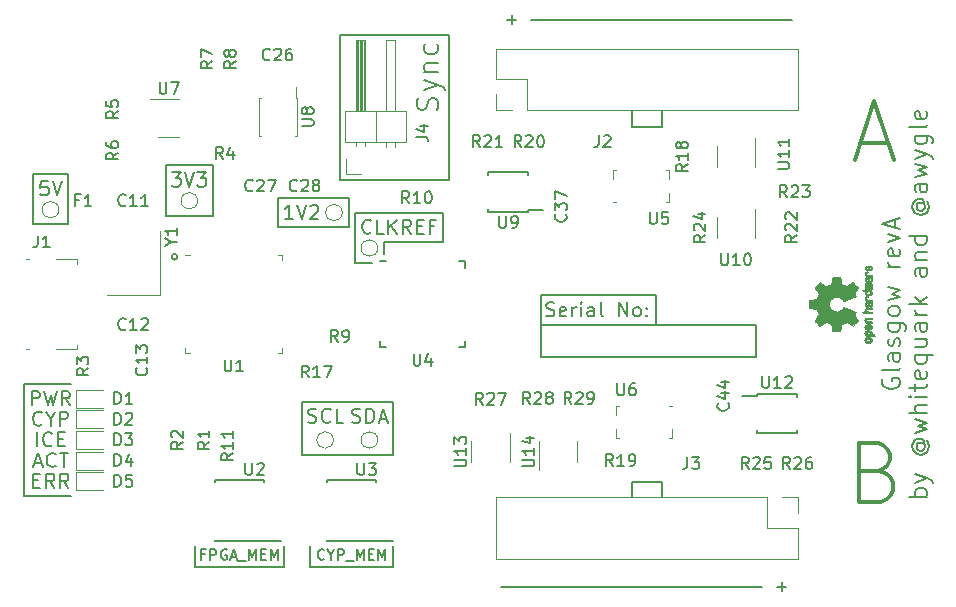
<source format=gto>
G04 #@! TF.GenerationSoftware,KiCad,Pcbnew,5.0.0-rc1-44a33f2~62~ubuntu18.04.1*
G04 #@! TF.CreationDate,2018-04-18T04:45:04+00:00*
G04 #@! TF.ProjectId,glasgow,676C6173676F772E6B696361645F7063,rev?*
G04 #@! TF.SameCoordinates,Original*
G04 #@! TF.FileFunction,Legend,Top*
G04 #@! TF.FilePolarity,Positive*
%FSLAX46Y46*%
G04 Gerber Fmt 4.6, Leading zero omitted, Abs format (unit mm)*
G04 Created by KiCad (PCBNEW 5.0.0-rc1-44a33f2~62~ubuntu18.04.1) date Wed Apr 18 04:45:04 2018*
%MOMM*%
%LPD*%
G01*
G04 APERTURE LIST*
%ADD10C,0.200000*%
%ADD11C,0.160000*%
%ADD12C,0.140000*%
%ADD13C,0.150000*%
%ADD14C,0.300000*%
%ADD15C,0.120000*%
%ADD16C,0.010000*%
G04 APERTURE END LIST*
D10*
X64250000Y-91500000D02*
G75*
G03X64250000Y-91500000I-250000J0D01*
G01*
X113250000Y-97250000D02*
X104750000Y-97250000D01*
X104750000Y-97250000D02*
X104750000Y-94750000D01*
X95000000Y-97250000D02*
X104750000Y-97250000D01*
X113250000Y-100000000D02*
X95000000Y-100000000D01*
X113250000Y-97250000D02*
X113250000Y-100000000D01*
X95000000Y-94750000D02*
X104750000Y-94750000D01*
X95000000Y-94750000D02*
X95000000Y-100000000D01*
D11*
X95464285Y-96485714D02*
X95635714Y-96542857D01*
X95921428Y-96542857D01*
X96035714Y-96485714D01*
X96092857Y-96428571D01*
X96150000Y-96314285D01*
X96150000Y-96200000D01*
X96092857Y-96085714D01*
X96035714Y-96028571D01*
X95921428Y-95971428D01*
X95692857Y-95914285D01*
X95578571Y-95857142D01*
X95521428Y-95800000D01*
X95464285Y-95685714D01*
X95464285Y-95571428D01*
X95521428Y-95457142D01*
X95578571Y-95400000D01*
X95692857Y-95342857D01*
X95978571Y-95342857D01*
X96150000Y-95400000D01*
X97121428Y-96485714D02*
X97007142Y-96542857D01*
X96778571Y-96542857D01*
X96664285Y-96485714D01*
X96607142Y-96371428D01*
X96607142Y-95914285D01*
X96664285Y-95800000D01*
X96778571Y-95742857D01*
X97007142Y-95742857D01*
X97121428Y-95800000D01*
X97178571Y-95914285D01*
X97178571Y-96028571D01*
X96607142Y-96142857D01*
X97692857Y-96542857D02*
X97692857Y-95742857D01*
X97692857Y-95971428D02*
X97750000Y-95857142D01*
X97807142Y-95800000D01*
X97921428Y-95742857D01*
X98035714Y-95742857D01*
X98435714Y-96542857D02*
X98435714Y-95742857D01*
X98435714Y-95342857D02*
X98378571Y-95400000D01*
X98435714Y-95457142D01*
X98492857Y-95400000D01*
X98435714Y-95342857D01*
X98435714Y-95457142D01*
X99521428Y-96542857D02*
X99521428Y-95914285D01*
X99464285Y-95800000D01*
X99350000Y-95742857D01*
X99121428Y-95742857D01*
X99007142Y-95800000D01*
X99521428Y-96485714D02*
X99407142Y-96542857D01*
X99121428Y-96542857D01*
X99007142Y-96485714D01*
X98950000Y-96371428D01*
X98950000Y-96257142D01*
X99007142Y-96142857D01*
X99121428Y-96085714D01*
X99407142Y-96085714D01*
X99521428Y-96028571D01*
X100264285Y-96542857D02*
X100150000Y-96485714D01*
X100092857Y-96371428D01*
X100092857Y-95342857D01*
X101635714Y-96542857D02*
X101635714Y-95342857D01*
X102321428Y-96542857D01*
X102321428Y-95342857D01*
X103064285Y-96542857D02*
X102950000Y-96485714D01*
X102892857Y-96428571D01*
X102835714Y-96314285D01*
X102835714Y-95971428D01*
X102892857Y-95857142D01*
X102950000Y-95800000D01*
X103064285Y-95742857D01*
X103235714Y-95742857D01*
X103350000Y-95800000D01*
X103407142Y-95857142D01*
X103464285Y-95971428D01*
X103464285Y-96314285D01*
X103407142Y-96428571D01*
X103350000Y-96485714D01*
X103235714Y-96542857D01*
X103064285Y-96542857D01*
X103978571Y-96428571D02*
X104035714Y-96485714D01*
X103978571Y-96542857D01*
X103921428Y-96485714D01*
X103978571Y-96428571D01*
X103978571Y-96542857D01*
X103978571Y-95800000D02*
X104035714Y-95857142D01*
X103978571Y-95914285D01*
X103921428Y-95857142D01*
X103978571Y-95800000D01*
X103978571Y-95914285D01*
D10*
X51250000Y-111750000D02*
X55250000Y-111750000D01*
X51250000Y-102250000D02*
X51250000Y-111750000D01*
X55250000Y-102250000D02*
X51250000Y-102250000D01*
X82500000Y-117750000D02*
X82500000Y-116000000D01*
X75500000Y-117750000D02*
X82500000Y-117750000D01*
X75500000Y-116000000D02*
X75500000Y-117750000D01*
X73250000Y-117750000D02*
X73250000Y-116000000D01*
X65750000Y-117750000D02*
X73250000Y-117750000D01*
X65750000Y-116000000D02*
X65750000Y-117750000D01*
X81750000Y-90250000D02*
X81750000Y-91250000D01*
X86750000Y-90250000D02*
X81750000Y-90250000D01*
X86750000Y-87750000D02*
X86750000Y-90250000D01*
X79250000Y-87750000D02*
X86750000Y-87750000D01*
X79250000Y-92000000D02*
X79250000Y-87750000D01*
X80750000Y-92000000D02*
X79250000Y-92000000D01*
X78750000Y-89000000D02*
X72750000Y-89000000D01*
X78750000Y-86500000D02*
X78750000Y-89000000D01*
X72750000Y-86500000D02*
X78750000Y-86500000D01*
X72750000Y-89000000D02*
X72750000Y-86500000D01*
X63250000Y-88000000D02*
X63250000Y-83750000D01*
X67250000Y-88000000D02*
X63250000Y-88000000D01*
X67250000Y-83750000D02*
X67250000Y-88000000D01*
X63250000Y-83750000D02*
X67250000Y-83750000D01*
X55000000Y-84500000D02*
X55000000Y-88750000D01*
X52000000Y-84500000D02*
X55000000Y-84500000D01*
X52000000Y-88750000D02*
X52000000Y-84500000D01*
X55000000Y-88750000D02*
X52000000Y-88750000D01*
X74750000Y-108250000D02*
X74750000Y-103750000D01*
X82500000Y-108250000D02*
X74750000Y-108250000D01*
X82500000Y-103750000D02*
X82500000Y-108250000D01*
X74750000Y-103750000D02*
X82500000Y-103750000D01*
D12*
X76664285Y-117071428D02*
X76621428Y-117114285D01*
X76492857Y-117157142D01*
X76407142Y-117157142D01*
X76278571Y-117114285D01*
X76192857Y-117028571D01*
X76150000Y-116942857D01*
X76107142Y-116771428D01*
X76107142Y-116642857D01*
X76150000Y-116471428D01*
X76192857Y-116385714D01*
X76278571Y-116300000D01*
X76407142Y-116257142D01*
X76492857Y-116257142D01*
X76621428Y-116300000D01*
X76664285Y-116342857D01*
X77221428Y-116728571D02*
X77221428Y-117157142D01*
X76921428Y-116257142D02*
X77221428Y-116728571D01*
X77521428Y-116257142D01*
X77821428Y-117157142D02*
X77821428Y-116257142D01*
X78164285Y-116257142D01*
X78250000Y-116300000D01*
X78292857Y-116342857D01*
X78335714Y-116428571D01*
X78335714Y-116557142D01*
X78292857Y-116642857D01*
X78250000Y-116685714D01*
X78164285Y-116728571D01*
X77821428Y-116728571D01*
X78507142Y-117242857D02*
X79192857Y-117242857D01*
X79407142Y-117157142D02*
X79407142Y-116257142D01*
X79707142Y-116900000D01*
X80007142Y-116257142D01*
X80007142Y-117157142D01*
X80435714Y-116685714D02*
X80735714Y-116685714D01*
X80864285Y-117157142D02*
X80435714Y-117157142D01*
X80435714Y-116257142D01*
X80864285Y-116257142D01*
X81250000Y-117157142D02*
X81250000Y-116257142D01*
X81550000Y-116900000D01*
X81850000Y-116257142D01*
X81850000Y-117157142D01*
X66564285Y-116685714D02*
X66264285Y-116685714D01*
X66264285Y-117157142D02*
X66264285Y-116257142D01*
X66692857Y-116257142D01*
X67035714Y-117157142D02*
X67035714Y-116257142D01*
X67378571Y-116257142D01*
X67464285Y-116300000D01*
X67507142Y-116342857D01*
X67550000Y-116428571D01*
X67550000Y-116557142D01*
X67507142Y-116642857D01*
X67464285Y-116685714D01*
X67378571Y-116728571D01*
X67035714Y-116728571D01*
X68407142Y-116300000D02*
X68321428Y-116257142D01*
X68192857Y-116257142D01*
X68064285Y-116300000D01*
X67978571Y-116385714D01*
X67935714Y-116471428D01*
X67892857Y-116642857D01*
X67892857Y-116771428D01*
X67935714Y-116942857D01*
X67978571Y-117028571D01*
X68064285Y-117114285D01*
X68192857Y-117157142D01*
X68278571Y-117157142D01*
X68407142Y-117114285D01*
X68450000Y-117071428D01*
X68450000Y-116771428D01*
X68278571Y-116771428D01*
X68792857Y-116900000D02*
X69221428Y-116900000D01*
X68707142Y-117157142D02*
X69007142Y-116257142D01*
X69307142Y-117157142D01*
X69392857Y-117242857D02*
X70078571Y-117242857D01*
X70292857Y-117157142D02*
X70292857Y-116257142D01*
X70592857Y-116900000D01*
X70892857Y-116257142D01*
X70892857Y-117157142D01*
X71321428Y-116685714D02*
X71621428Y-116685714D01*
X71750000Y-117157142D02*
X71321428Y-117157142D01*
X71321428Y-116257142D01*
X71750000Y-116257142D01*
X72135714Y-117157142D02*
X72135714Y-116257142D01*
X72435714Y-116900000D01*
X72735714Y-116257142D01*
X72735714Y-117157142D01*
D11*
X80628571Y-89428571D02*
X80571428Y-89485714D01*
X80400000Y-89542857D01*
X80285714Y-89542857D01*
X80114285Y-89485714D01*
X80000000Y-89371428D01*
X79942857Y-89257142D01*
X79885714Y-89028571D01*
X79885714Y-88857142D01*
X79942857Y-88628571D01*
X80000000Y-88514285D01*
X80114285Y-88400000D01*
X80285714Y-88342857D01*
X80400000Y-88342857D01*
X80571428Y-88400000D01*
X80628571Y-88457142D01*
X81714285Y-89542857D02*
X81142857Y-89542857D01*
X81142857Y-88342857D01*
X82114285Y-89542857D02*
X82114285Y-88342857D01*
X82800000Y-89542857D02*
X82285714Y-88857142D01*
X82800000Y-88342857D02*
X82114285Y-89028571D01*
X84000000Y-89542857D02*
X83600000Y-88971428D01*
X83314285Y-89542857D02*
X83314285Y-88342857D01*
X83771428Y-88342857D01*
X83885714Y-88400000D01*
X83942857Y-88457142D01*
X84000000Y-88571428D01*
X84000000Y-88742857D01*
X83942857Y-88857142D01*
X83885714Y-88914285D01*
X83771428Y-88971428D01*
X83314285Y-88971428D01*
X84514285Y-88914285D02*
X84914285Y-88914285D01*
X85085714Y-89542857D02*
X84514285Y-89542857D01*
X84514285Y-88342857D01*
X85085714Y-88342857D01*
X86000000Y-88914285D02*
X85600000Y-88914285D01*
X85600000Y-89542857D02*
X85600000Y-88342857D01*
X86171428Y-88342857D01*
X79042857Y-105485714D02*
X79214285Y-105542857D01*
X79500000Y-105542857D01*
X79614285Y-105485714D01*
X79671428Y-105428571D01*
X79728571Y-105314285D01*
X79728571Y-105200000D01*
X79671428Y-105085714D01*
X79614285Y-105028571D01*
X79500000Y-104971428D01*
X79271428Y-104914285D01*
X79157142Y-104857142D01*
X79100000Y-104800000D01*
X79042857Y-104685714D01*
X79042857Y-104571428D01*
X79100000Y-104457142D01*
X79157142Y-104400000D01*
X79271428Y-104342857D01*
X79557142Y-104342857D01*
X79728571Y-104400000D01*
X80242857Y-105542857D02*
X80242857Y-104342857D01*
X80528571Y-104342857D01*
X80700000Y-104400000D01*
X80814285Y-104514285D01*
X80871428Y-104628571D01*
X80928571Y-104857142D01*
X80928571Y-105028571D01*
X80871428Y-105257142D01*
X80814285Y-105371428D01*
X80700000Y-105485714D01*
X80528571Y-105542857D01*
X80242857Y-105542857D01*
X81385714Y-105200000D02*
X81957142Y-105200000D01*
X81271428Y-105542857D02*
X81671428Y-104342857D01*
X82071428Y-105542857D01*
X75321428Y-105485714D02*
X75492857Y-105542857D01*
X75778571Y-105542857D01*
X75892857Y-105485714D01*
X75950000Y-105428571D01*
X76007142Y-105314285D01*
X76007142Y-105200000D01*
X75950000Y-105085714D01*
X75892857Y-105028571D01*
X75778571Y-104971428D01*
X75550000Y-104914285D01*
X75435714Y-104857142D01*
X75378571Y-104800000D01*
X75321428Y-104685714D01*
X75321428Y-104571428D01*
X75378571Y-104457142D01*
X75435714Y-104400000D01*
X75550000Y-104342857D01*
X75835714Y-104342857D01*
X76007142Y-104400000D01*
X77207142Y-105428571D02*
X77150000Y-105485714D01*
X76978571Y-105542857D01*
X76864285Y-105542857D01*
X76692857Y-105485714D01*
X76578571Y-105371428D01*
X76521428Y-105257142D01*
X76464285Y-105028571D01*
X76464285Y-104857142D01*
X76521428Y-104628571D01*
X76578571Y-104514285D01*
X76692857Y-104400000D01*
X76864285Y-104342857D01*
X76978571Y-104342857D01*
X77150000Y-104400000D01*
X77207142Y-104457142D01*
X78292857Y-105542857D02*
X77721428Y-105542857D01*
X77721428Y-104342857D01*
D10*
X115430000Y-119056000D02*
X115430000Y-119818000D01*
X115049000Y-119437000D02*
X115811000Y-119437000D01*
X91681000Y-119437000D02*
X113779000Y-119437000D01*
X92570000Y-71812000D02*
X92570000Y-71050000D01*
X92951000Y-71431000D02*
X92189000Y-71431000D01*
X94221000Y-71431000D02*
X116319000Y-71431000D01*
D11*
X74007142Y-88292857D02*
X73321428Y-88292857D01*
X73664285Y-88292857D02*
X73664285Y-87092857D01*
X73550000Y-87264285D01*
X73435714Y-87378571D01*
X73321428Y-87435714D01*
X74350000Y-87092857D02*
X74750000Y-88292857D01*
X75150000Y-87092857D01*
X75492857Y-87207142D02*
X75550000Y-87150000D01*
X75664285Y-87092857D01*
X75950000Y-87092857D01*
X76064285Y-87150000D01*
X76121428Y-87207142D01*
X76178571Y-87321428D01*
X76178571Y-87435714D01*
X76121428Y-87607142D01*
X75435714Y-88292857D01*
X76178571Y-88292857D01*
X63764285Y-84342857D02*
X64507142Y-84342857D01*
X64107142Y-84800000D01*
X64278571Y-84800000D01*
X64392857Y-84857142D01*
X64450000Y-84914285D01*
X64507142Y-85028571D01*
X64507142Y-85314285D01*
X64450000Y-85428571D01*
X64392857Y-85485714D01*
X64278571Y-85542857D01*
X63935714Y-85542857D01*
X63821428Y-85485714D01*
X63764285Y-85428571D01*
X64850000Y-84342857D02*
X65250000Y-85542857D01*
X65650000Y-84342857D01*
X65935714Y-84342857D02*
X66678571Y-84342857D01*
X66278571Y-84800000D01*
X66450000Y-84800000D01*
X66564285Y-84857142D01*
X66621428Y-84914285D01*
X66678571Y-85028571D01*
X66678571Y-85314285D01*
X66621428Y-85428571D01*
X66564285Y-85485714D01*
X66450000Y-85542857D01*
X66107142Y-85542857D01*
X65992857Y-85485714D01*
X65935714Y-85428571D01*
X53271428Y-85092857D02*
X52700000Y-85092857D01*
X52642857Y-85664285D01*
X52700000Y-85607142D01*
X52814285Y-85550000D01*
X53100000Y-85550000D01*
X53214285Y-85607142D01*
X53271428Y-85664285D01*
X53328571Y-85778571D01*
X53328571Y-86064285D01*
X53271428Y-86178571D01*
X53214285Y-86235714D01*
X53100000Y-86292857D01*
X52814285Y-86292857D01*
X52700000Y-86235714D01*
X52642857Y-86178571D01*
X53671428Y-85092857D02*
X54071428Y-86292857D01*
X54471428Y-85092857D01*
D13*
X52042857Y-110414285D02*
X52442857Y-110414285D01*
X52614285Y-111042857D02*
X52042857Y-111042857D01*
X52042857Y-109842857D01*
X52614285Y-109842857D01*
X53814285Y-111042857D02*
X53414285Y-110471428D01*
X53128571Y-111042857D02*
X53128571Y-109842857D01*
X53585714Y-109842857D01*
X53700000Y-109900000D01*
X53757142Y-109957142D01*
X53814285Y-110071428D01*
X53814285Y-110242857D01*
X53757142Y-110357142D01*
X53700000Y-110414285D01*
X53585714Y-110471428D01*
X53128571Y-110471428D01*
X55014285Y-111042857D02*
X54614285Y-110471428D01*
X54328571Y-111042857D02*
X54328571Y-109842857D01*
X54785714Y-109842857D01*
X54900000Y-109900000D01*
X54957142Y-109957142D01*
X55014285Y-110071428D01*
X55014285Y-110242857D01*
X54957142Y-110357142D01*
X54900000Y-110414285D01*
X54785714Y-110471428D01*
X54328571Y-110471428D01*
X52157142Y-108950000D02*
X52728571Y-108950000D01*
X52042857Y-109292857D02*
X52442857Y-108092857D01*
X52842857Y-109292857D01*
X53928571Y-109178571D02*
X53871428Y-109235714D01*
X53700000Y-109292857D01*
X53585714Y-109292857D01*
X53414285Y-109235714D01*
X53300000Y-109121428D01*
X53242857Y-109007142D01*
X53185714Y-108778571D01*
X53185714Y-108607142D01*
X53242857Y-108378571D01*
X53300000Y-108264285D01*
X53414285Y-108150000D01*
X53585714Y-108092857D01*
X53700000Y-108092857D01*
X53871428Y-108150000D01*
X53928571Y-108207142D01*
X54271428Y-108092857D02*
X54957142Y-108092857D01*
X54614285Y-109292857D02*
X54614285Y-108092857D01*
X52357142Y-107542857D02*
X52357142Y-106342857D01*
X53614285Y-107428571D02*
X53557142Y-107485714D01*
X53385714Y-107542857D01*
X53271428Y-107542857D01*
X53100000Y-107485714D01*
X52985714Y-107371428D01*
X52928571Y-107257142D01*
X52871428Y-107028571D01*
X52871428Y-106857142D01*
X52928571Y-106628571D01*
X52985714Y-106514285D01*
X53100000Y-106400000D01*
X53271428Y-106342857D01*
X53385714Y-106342857D01*
X53557142Y-106400000D01*
X53614285Y-106457142D01*
X54128571Y-106914285D02*
X54528571Y-106914285D01*
X54700000Y-107542857D02*
X54128571Y-107542857D01*
X54128571Y-106342857D01*
X54700000Y-106342857D01*
X52757142Y-105678571D02*
X52700000Y-105735714D01*
X52528571Y-105792857D01*
X52414285Y-105792857D01*
X52242857Y-105735714D01*
X52128571Y-105621428D01*
X52071428Y-105507142D01*
X52014285Y-105278571D01*
X52014285Y-105107142D01*
X52071428Y-104878571D01*
X52128571Y-104764285D01*
X52242857Y-104650000D01*
X52414285Y-104592857D01*
X52528571Y-104592857D01*
X52700000Y-104650000D01*
X52757142Y-104707142D01*
X53500000Y-105221428D02*
X53500000Y-105792857D01*
X53100000Y-104592857D02*
X53500000Y-105221428D01*
X53900000Y-104592857D01*
X54300000Y-105792857D02*
X54300000Y-104592857D01*
X54757142Y-104592857D01*
X54871428Y-104650000D01*
X54928571Y-104707142D01*
X54985714Y-104821428D01*
X54985714Y-104992857D01*
X54928571Y-105107142D01*
X54871428Y-105164285D01*
X54757142Y-105221428D01*
X54300000Y-105221428D01*
X51900000Y-104042857D02*
X51900000Y-102842857D01*
X52357142Y-102842857D01*
X52471428Y-102900000D01*
X52528571Y-102957142D01*
X52585714Y-103071428D01*
X52585714Y-103242857D01*
X52528571Y-103357142D01*
X52471428Y-103414285D01*
X52357142Y-103471428D01*
X51900000Y-103471428D01*
X52985714Y-102842857D02*
X53271428Y-104042857D01*
X53500000Y-103185714D01*
X53728571Y-104042857D01*
X54014285Y-102842857D01*
X55157142Y-104042857D02*
X54757142Y-103471428D01*
X54471428Y-104042857D02*
X54471428Y-102842857D01*
X54928571Y-102842857D01*
X55042857Y-102900000D01*
X55100000Y-102957142D01*
X55157142Y-103071428D01*
X55157142Y-103242857D01*
X55100000Y-103357142D01*
X55042857Y-103414285D01*
X54928571Y-103471428D01*
X54471428Y-103471428D01*
D10*
X78000000Y-85000000D02*
X78000000Y-72750000D01*
X87250000Y-85000000D02*
X78000000Y-85000000D01*
X87250000Y-72750000D02*
X87250000Y-85000000D01*
X78000000Y-72750000D02*
X87250000Y-72750000D01*
X86228571Y-79035714D02*
X86314285Y-78778571D01*
X86314285Y-78350000D01*
X86228571Y-78178571D01*
X86142857Y-78092857D01*
X85971428Y-78007142D01*
X85800000Y-78007142D01*
X85628571Y-78092857D01*
X85542857Y-78178571D01*
X85457142Y-78350000D01*
X85371428Y-78692857D01*
X85285714Y-78864285D01*
X85200000Y-78950000D01*
X85028571Y-79035714D01*
X84857142Y-79035714D01*
X84685714Y-78950000D01*
X84600000Y-78864285D01*
X84514285Y-78692857D01*
X84514285Y-78264285D01*
X84600000Y-78007142D01*
X85114285Y-77407142D02*
X86314285Y-76978571D01*
X85114285Y-76550000D02*
X86314285Y-76978571D01*
X86742857Y-77150000D01*
X86828571Y-77235714D01*
X86914285Y-77407142D01*
X85114285Y-75864285D02*
X86314285Y-75864285D01*
X85285714Y-75864285D02*
X85200000Y-75778571D01*
X85114285Y-75607142D01*
X85114285Y-75350000D01*
X85200000Y-75178571D01*
X85371428Y-75092857D01*
X86314285Y-75092857D01*
X86228571Y-73464285D02*
X86314285Y-73635714D01*
X86314285Y-73978571D01*
X86228571Y-74150000D01*
X86142857Y-74235714D01*
X85971428Y-74321428D01*
X85457142Y-74321428D01*
X85285714Y-74235714D01*
X85200000Y-74150000D01*
X85114285Y-73978571D01*
X85114285Y-73635714D01*
X85200000Y-73464285D01*
X105270000Y-80524000D02*
X105270000Y-79178000D01*
X102730000Y-80524000D02*
X102730000Y-79178000D01*
X102730000Y-80524000D02*
X105270000Y-80524000D01*
X105270000Y-110523000D02*
X105270000Y-111793000D01*
X102730000Y-110523000D02*
X105270000Y-110523000D01*
X102730000Y-111793000D02*
X102730000Y-110523000D01*
D13*
X127678571Y-111821428D02*
X126178571Y-111821428D01*
X126750000Y-111821428D02*
X126678571Y-111678571D01*
X126678571Y-111392857D01*
X126750000Y-111250000D01*
X126821428Y-111178571D01*
X126964285Y-111107142D01*
X127392857Y-111107142D01*
X127535714Y-111178571D01*
X127607142Y-111250000D01*
X127678571Y-111392857D01*
X127678571Y-111678571D01*
X127607142Y-111821428D01*
X126678571Y-110607142D02*
X127678571Y-110250000D01*
X126678571Y-109892857D02*
X127678571Y-110250000D01*
X128035714Y-110392857D01*
X128107142Y-110464285D01*
X128178571Y-110607142D01*
X126964285Y-107250000D02*
X126892857Y-107321428D01*
X126821428Y-107464285D01*
X126821428Y-107607142D01*
X126892857Y-107750000D01*
X126964285Y-107821428D01*
X127107142Y-107892857D01*
X127250000Y-107892857D01*
X127392857Y-107821428D01*
X127464285Y-107750000D01*
X127535714Y-107607142D01*
X127535714Y-107464285D01*
X127464285Y-107321428D01*
X127392857Y-107250000D01*
X126821428Y-107250000D02*
X127392857Y-107250000D01*
X127464285Y-107178571D01*
X127464285Y-107107142D01*
X127392857Y-106964285D01*
X127250000Y-106892857D01*
X126892857Y-106892857D01*
X126678571Y-107035714D01*
X126535714Y-107250000D01*
X126464285Y-107535714D01*
X126535714Y-107821428D01*
X126678571Y-108035714D01*
X126892857Y-108178571D01*
X127178571Y-108250000D01*
X127464285Y-108178571D01*
X127678571Y-108035714D01*
X127821428Y-107821428D01*
X127892857Y-107535714D01*
X127821428Y-107250000D01*
X127678571Y-107035714D01*
X126678571Y-106392857D02*
X127678571Y-106107142D01*
X126964285Y-105821428D01*
X127678571Y-105535714D01*
X126678571Y-105250000D01*
X127678571Y-104678571D02*
X126178571Y-104678571D01*
X127678571Y-104035714D02*
X126892857Y-104035714D01*
X126750000Y-104107142D01*
X126678571Y-104250000D01*
X126678571Y-104464285D01*
X126750000Y-104607142D01*
X126821428Y-104678571D01*
X127678571Y-103321428D02*
X126678571Y-103321428D01*
X126178571Y-103321428D02*
X126250000Y-103392857D01*
X126321428Y-103321428D01*
X126250000Y-103250000D01*
X126178571Y-103321428D01*
X126321428Y-103321428D01*
X126678571Y-102821428D02*
X126678571Y-102250000D01*
X126178571Y-102607142D02*
X127464285Y-102607142D01*
X127607142Y-102535714D01*
X127678571Y-102392857D01*
X127678571Y-102250000D01*
X127607142Y-101178571D02*
X127678571Y-101321428D01*
X127678571Y-101607142D01*
X127607142Y-101750000D01*
X127464285Y-101821428D01*
X126892857Y-101821428D01*
X126750000Y-101750000D01*
X126678571Y-101607142D01*
X126678571Y-101321428D01*
X126750000Y-101178571D01*
X126892857Y-101107142D01*
X127035714Y-101107142D01*
X127178571Y-101821428D01*
X126678571Y-99821428D02*
X128178571Y-99821428D01*
X127607142Y-99821428D02*
X127678571Y-99964285D01*
X127678571Y-100250000D01*
X127607142Y-100392857D01*
X127535714Y-100464285D01*
X127392857Y-100535714D01*
X126964285Y-100535714D01*
X126821428Y-100464285D01*
X126750000Y-100392857D01*
X126678571Y-100250000D01*
X126678571Y-99964285D01*
X126750000Y-99821428D01*
X126678571Y-98464285D02*
X127678571Y-98464285D01*
X126678571Y-99107142D02*
X127464285Y-99107142D01*
X127607142Y-99035714D01*
X127678571Y-98892857D01*
X127678571Y-98678571D01*
X127607142Y-98535714D01*
X127535714Y-98464285D01*
X127678571Y-97107142D02*
X126892857Y-97107142D01*
X126750000Y-97178571D01*
X126678571Y-97321428D01*
X126678571Y-97607142D01*
X126750000Y-97750000D01*
X127607142Y-97107142D02*
X127678571Y-97250000D01*
X127678571Y-97607142D01*
X127607142Y-97750000D01*
X127464285Y-97821428D01*
X127321428Y-97821428D01*
X127178571Y-97750000D01*
X127107142Y-97607142D01*
X127107142Y-97250000D01*
X127035714Y-97107142D01*
X127678571Y-96392857D02*
X126678571Y-96392857D01*
X126964285Y-96392857D02*
X126821428Y-96321428D01*
X126750000Y-96250000D01*
X126678571Y-96107142D01*
X126678571Y-95964285D01*
X127678571Y-95464285D02*
X126178571Y-95464285D01*
X127107142Y-95321428D02*
X127678571Y-94892857D01*
X126678571Y-94892857D02*
X127250000Y-95464285D01*
X127678571Y-92464285D02*
X126892857Y-92464285D01*
X126750000Y-92535714D01*
X126678571Y-92678571D01*
X126678571Y-92964285D01*
X126750000Y-93107142D01*
X127607142Y-92464285D02*
X127678571Y-92607142D01*
X127678571Y-92964285D01*
X127607142Y-93107142D01*
X127464285Y-93178571D01*
X127321428Y-93178571D01*
X127178571Y-93107142D01*
X127107142Y-92964285D01*
X127107142Y-92607142D01*
X127035714Y-92464285D01*
X126678571Y-91750000D02*
X127678571Y-91750000D01*
X126821428Y-91750000D02*
X126750000Y-91678571D01*
X126678571Y-91535714D01*
X126678571Y-91321428D01*
X126750000Y-91178571D01*
X126892857Y-91107142D01*
X127678571Y-91107142D01*
X127678571Y-89750000D02*
X126178571Y-89750000D01*
X127607142Y-89750000D02*
X127678571Y-89892857D01*
X127678571Y-90178571D01*
X127607142Y-90321428D01*
X127535714Y-90392857D01*
X127392857Y-90464285D01*
X126964285Y-90464285D01*
X126821428Y-90392857D01*
X126750000Y-90321428D01*
X126678571Y-90178571D01*
X126678571Y-89892857D01*
X126750000Y-89750000D01*
X126964285Y-86964285D02*
X126892857Y-87035714D01*
X126821428Y-87178571D01*
X126821428Y-87321428D01*
X126892857Y-87464285D01*
X126964285Y-87535714D01*
X127107142Y-87607142D01*
X127250000Y-87607142D01*
X127392857Y-87535714D01*
X127464285Y-87464285D01*
X127535714Y-87321428D01*
X127535714Y-87178571D01*
X127464285Y-87035714D01*
X127392857Y-86964285D01*
X126821428Y-86964285D02*
X127392857Y-86964285D01*
X127464285Y-86892857D01*
X127464285Y-86821428D01*
X127392857Y-86678571D01*
X127250000Y-86607142D01*
X126892857Y-86607142D01*
X126678571Y-86750000D01*
X126535714Y-86964285D01*
X126464285Y-87250000D01*
X126535714Y-87535714D01*
X126678571Y-87750000D01*
X126892857Y-87892857D01*
X127178571Y-87964285D01*
X127464285Y-87892857D01*
X127678571Y-87750000D01*
X127821428Y-87535714D01*
X127892857Y-87250000D01*
X127821428Y-86964285D01*
X127678571Y-86750000D01*
X127678571Y-85321428D02*
X126892857Y-85321428D01*
X126750000Y-85392857D01*
X126678571Y-85535714D01*
X126678571Y-85821428D01*
X126750000Y-85964285D01*
X127607142Y-85321428D02*
X127678571Y-85464285D01*
X127678571Y-85821428D01*
X127607142Y-85964285D01*
X127464285Y-86035714D01*
X127321428Y-86035714D01*
X127178571Y-85964285D01*
X127107142Y-85821428D01*
X127107142Y-85464285D01*
X127035714Y-85321428D01*
X126678571Y-84750000D02*
X127678571Y-84464285D01*
X126964285Y-84178571D01*
X127678571Y-83892857D01*
X126678571Y-83607142D01*
X126678571Y-83178571D02*
X127678571Y-82821428D01*
X126678571Y-82464285D02*
X127678571Y-82821428D01*
X128035714Y-82964285D01*
X128107142Y-83035714D01*
X128178571Y-83178571D01*
X126678571Y-81250000D02*
X127892857Y-81250000D01*
X128035714Y-81321428D01*
X128107142Y-81392857D01*
X128178571Y-81535714D01*
X128178571Y-81750000D01*
X128107142Y-81892857D01*
X127607142Y-81250000D02*
X127678571Y-81392857D01*
X127678571Y-81678571D01*
X127607142Y-81821428D01*
X127535714Y-81892857D01*
X127392857Y-81964285D01*
X126964285Y-81964285D01*
X126821428Y-81892857D01*
X126750000Y-81821428D01*
X126678571Y-81678571D01*
X126678571Y-81392857D01*
X126750000Y-81250000D01*
X127678571Y-80321428D02*
X127607142Y-80464285D01*
X127464285Y-80535714D01*
X126178571Y-80535714D01*
X127607142Y-79178571D02*
X127678571Y-79321428D01*
X127678571Y-79607142D01*
X127607142Y-79750000D01*
X127464285Y-79821428D01*
X126892857Y-79821428D01*
X126750000Y-79750000D01*
X126678571Y-79607142D01*
X126678571Y-79321428D01*
X126750000Y-79178571D01*
X126892857Y-79107142D01*
X127035714Y-79107142D01*
X127178571Y-79821428D01*
X124000000Y-101821428D02*
X123928571Y-101964285D01*
X123928571Y-102178571D01*
X124000000Y-102392857D01*
X124142857Y-102535714D01*
X124285714Y-102607142D01*
X124571428Y-102678571D01*
X124785714Y-102678571D01*
X125071428Y-102607142D01*
X125214285Y-102535714D01*
X125357142Y-102392857D01*
X125428571Y-102178571D01*
X125428571Y-102035714D01*
X125357142Y-101821428D01*
X125285714Y-101750000D01*
X124785714Y-101750000D01*
X124785714Y-102035714D01*
X125428571Y-100892857D02*
X125357142Y-101035714D01*
X125214285Y-101107142D01*
X123928571Y-101107142D01*
X125428571Y-99678571D02*
X124642857Y-99678571D01*
X124500000Y-99750000D01*
X124428571Y-99892857D01*
X124428571Y-100178571D01*
X124500000Y-100321428D01*
X125357142Y-99678571D02*
X125428571Y-99821428D01*
X125428571Y-100178571D01*
X125357142Y-100321428D01*
X125214285Y-100392857D01*
X125071428Y-100392857D01*
X124928571Y-100321428D01*
X124857142Y-100178571D01*
X124857142Y-99821428D01*
X124785714Y-99678571D01*
X125357142Y-99035714D02*
X125428571Y-98892857D01*
X125428571Y-98607142D01*
X125357142Y-98464285D01*
X125214285Y-98392857D01*
X125142857Y-98392857D01*
X125000000Y-98464285D01*
X124928571Y-98607142D01*
X124928571Y-98821428D01*
X124857142Y-98964285D01*
X124714285Y-99035714D01*
X124642857Y-99035714D01*
X124500000Y-98964285D01*
X124428571Y-98821428D01*
X124428571Y-98607142D01*
X124500000Y-98464285D01*
X124428571Y-97107142D02*
X125642857Y-97107142D01*
X125785714Y-97178571D01*
X125857142Y-97250000D01*
X125928571Y-97392857D01*
X125928571Y-97607142D01*
X125857142Y-97750000D01*
X125357142Y-97107142D02*
X125428571Y-97250000D01*
X125428571Y-97535714D01*
X125357142Y-97678571D01*
X125285714Y-97750000D01*
X125142857Y-97821428D01*
X124714285Y-97821428D01*
X124571428Y-97750000D01*
X124500000Y-97678571D01*
X124428571Y-97535714D01*
X124428571Y-97250000D01*
X124500000Y-97107142D01*
X125428571Y-96178571D02*
X125357142Y-96321428D01*
X125285714Y-96392857D01*
X125142857Y-96464285D01*
X124714285Y-96464285D01*
X124571428Y-96392857D01*
X124500000Y-96321428D01*
X124428571Y-96178571D01*
X124428571Y-95964285D01*
X124500000Y-95821428D01*
X124571428Y-95750000D01*
X124714285Y-95678571D01*
X125142857Y-95678571D01*
X125285714Y-95750000D01*
X125357142Y-95821428D01*
X125428571Y-95964285D01*
X125428571Y-96178571D01*
X124428571Y-95178571D02*
X125428571Y-94892857D01*
X124714285Y-94607142D01*
X125428571Y-94321428D01*
X124428571Y-94035714D01*
X125428571Y-92321428D02*
X124428571Y-92321428D01*
X124714285Y-92321428D02*
X124571428Y-92250000D01*
X124500000Y-92178571D01*
X124428571Y-92035714D01*
X124428571Y-91892857D01*
X125357142Y-90821428D02*
X125428571Y-90964285D01*
X125428571Y-91250000D01*
X125357142Y-91392857D01*
X125214285Y-91464285D01*
X124642857Y-91464285D01*
X124500000Y-91392857D01*
X124428571Y-91250000D01*
X124428571Y-90964285D01*
X124500000Y-90821428D01*
X124642857Y-90750000D01*
X124785714Y-90750000D01*
X124928571Y-91464285D01*
X124428571Y-90250000D02*
X125428571Y-89892857D01*
X124428571Y-89535714D01*
X125000000Y-89035714D02*
X125000000Y-88321428D01*
X125428571Y-89178571D02*
X123928571Y-88678571D01*
X125428571Y-88178571D01*
D14*
X123607142Y-109642857D02*
X124321428Y-109880952D01*
X124559523Y-110119047D01*
X124797619Y-110595238D01*
X124797619Y-111309523D01*
X124559523Y-111785714D01*
X124321428Y-112023809D01*
X123845238Y-112261904D01*
X121940476Y-112261904D01*
X121940476Y-107261904D01*
X123607142Y-107261904D01*
X124083333Y-107500000D01*
X124321428Y-107738095D01*
X124559523Y-108214285D01*
X124559523Y-108690476D01*
X124321428Y-109166666D01*
X124083333Y-109404761D01*
X123607142Y-109642857D01*
X121940476Y-109642857D01*
X122059523Y-81833333D02*
X124440476Y-81833333D01*
X121583333Y-83261904D02*
X123250000Y-78261904D01*
X124916666Y-83261904D01*
D15*
X81200000Y-90750000D02*
G75*
G03X81200000Y-90750000I-700000J0D01*
G01*
X81200000Y-107000000D02*
G75*
G03X81200000Y-107000000I-700000J0D01*
G01*
X77450000Y-107000000D02*
G75*
G03X77450000Y-107000000I-700000J0D01*
G01*
D13*
X113325000Y-103250000D02*
X112075000Y-103250000D01*
X113325000Y-106425000D02*
X116675000Y-106425000D01*
X113325000Y-103075000D02*
X116675000Y-103075000D01*
X113325000Y-106425000D02*
X113325000Y-106175000D01*
X116675000Y-106425000D02*
X116675000Y-106175000D01*
X116675000Y-103075000D02*
X116675000Y-103325000D01*
X113325000Y-103075000D02*
X113325000Y-103250000D01*
X93925000Y-87675000D02*
X93925000Y-87500000D01*
X90575000Y-87675000D02*
X90575000Y-87425000D01*
X90575000Y-84325000D02*
X90575000Y-84575000D01*
X93925000Y-84325000D02*
X93925000Y-84575000D01*
X93925000Y-87675000D02*
X90575000Y-87675000D01*
X93925000Y-84325000D02*
X90575000Y-84325000D01*
X93925000Y-87500000D02*
X95175000Y-87500000D01*
D15*
X113110000Y-83900000D02*
X113110000Y-81450000D01*
X109890000Y-82100000D02*
X109890000Y-83900000D01*
X94890000Y-107100000D02*
X94890000Y-109550000D01*
X98110000Y-108900000D02*
X98110000Y-107100000D01*
X89140000Y-107100000D02*
X89140000Y-108900000D01*
X92360000Y-108900000D02*
X92360000Y-106450000D01*
X109890000Y-88100000D02*
X109890000Y-89900000D01*
X113110000Y-89900000D02*
X113110000Y-87450000D01*
X71141581Y-78031916D02*
X71356581Y-78031916D01*
X71141581Y-81281916D02*
X71356581Y-81281916D01*
X74266581Y-78031916D02*
X74266581Y-77106916D01*
X74391581Y-78031916D02*
X74391581Y-81281916D01*
X74391581Y-81281916D02*
X74176581Y-81281916D01*
X71141581Y-78031916D02*
X71141581Y-81281916D01*
X74391581Y-78031916D02*
X74266581Y-78031916D01*
X65280000Y-91380000D02*
X64880000Y-91380000D01*
X73120000Y-99620000D02*
X72720000Y-99620000D01*
X73120000Y-99220000D02*
X73120000Y-99620000D01*
X64880000Y-99620000D02*
X65280000Y-99620000D01*
X64880000Y-99620000D02*
X64880000Y-99220000D01*
X73120000Y-91380000D02*
X73120000Y-91780000D01*
X72720000Y-91380000D02*
X73120000Y-91380000D01*
X65950000Y-86750000D02*
G75*
G03X65950000Y-86750000I-700000J0D01*
G01*
X54200000Y-87500000D02*
G75*
G03X54200000Y-87500000I-700000J0D01*
G01*
X78200000Y-87750000D02*
G75*
G03X78200000Y-87750000I-700000J0D01*
G01*
X57950000Y-109740000D02*
X55680000Y-109740000D01*
X55680000Y-109740000D02*
X55680000Y-111260000D01*
X55680000Y-111260000D02*
X57950000Y-111260000D01*
X55680000Y-109510000D02*
X57950000Y-109510000D01*
X55680000Y-107990000D02*
X55680000Y-109510000D01*
X57950000Y-107990000D02*
X55680000Y-107990000D01*
X57950000Y-106240000D02*
X55680000Y-106240000D01*
X55680000Y-106240000D02*
X55680000Y-107760000D01*
X55680000Y-107760000D02*
X57950000Y-107760000D01*
X55680000Y-106010000D02*
X57950000Y-106010000D01*
X55680000Y-104490000D02*
X55680000Y-106010000D01*
X57950000Y-104490000D02*
X55680000Y-104490000D01*
X57950000Y-102740000D02*
X55680000Y-102740000D01*
X55680000Y-102740000D02*
X55680000Y-104260000D01*
X55680000Y-104260000D02*
X57950000Y-104260000D01*
X78420000Y-81810000D02*
X83620000Y-81810000D01*
X83620000Y-81810000D02*
X83620000Y-79150000D01*
X83620000Y-79150000D02*
X78420000Y-79150000D01*
X78420000Y-79150000D02*
X78420000Y-81810000D01*
X79370000Y-79150000D02*
X79370000Y-73150000D01*
X79370000Y-73150000D02*
X80130000Y-73150000D01*
X80130000Y-73150000D02*
X80130000Y-79150000D01*
X79430000Y-79150000D02*
X79430000Y-73150000D01*
X79550000Y-79150000D02*
X79550000Y-73150000D01*
X79670000Y-79150000D02*
X79670000Y-73150000D01*
X79790000Y-79150000D02*
X79790000Y-73150000D01*
X79910000Y-79150000D02*
X79910000Y-73150000D01*
X80030000Y-79150000D02*
X80030000Y-73150000D01*
X79370000Y-82140000D02*
X79370000Y-81810000D01*
X80130000Y-82140000D02*
X80130000Y-81810000D01*
X81020000Y-81810000D02*
X81020000Y-79150000D01*
X81910000Y-79150000D02*
X81910000Y-73150000D01*
X81910000Y-73150000D02*
X82670000Y-73150000D01*
X82670000Y-73150000D02*
X82670000Y-79150000D01*
X81910000Y-82207071D02*
X81910000Y-81810000D01*
X82670000Y-82207071D02*
X82670000Y-81810000D01*
X79750000Y-84520000D02*
X78480000Y-84520000D01*
X78480000Y-84520000D02*
X78480000Y-83250000D01*
X62600000Y-81360000D02*
X64400000Y-81360000D01*
X64400000Y-78140000D02*
X61950000Y-78140000D01*
X91240000Y-79060000D02*
X91240000Y-77730000D01*
X92570000Y-79060000D02*
X91240000Y-79060000D01*
X91240000Y-76460000D02*
X91240000Y-73860000D01*
X93840000Y-76460000D02*
X91240000Y-76460000D01*
X93840000Y-79060000D02*
X93840000Y-76460000D01*
X91240000Y-73860000D02*
X116760000Y-73860000D01*
X93840000Y-79060000D02*
X116760000Y-79060000D01*
X116760000Y-79060000D02*
X116760000Y-73860000D01*
X91240000Y-111860000D02*
X91240000Y-117060000D01*
X114160000Y-111860000D02*
X91240000Y-111860000D01*
X116760000Y-117060000D02*
X91240000Y-117060000D01*
X114160000Y-111860000D02*
X114160000Y-114460000D01*
X114160000Y-114460000D02*
X116760000Y-114460000D01*
X116760000Y-114460000D02*
X116760000Y-117060000D01*
X115430000Y-111860000D02*
X116760000Y-111860000D01*
X116760000Y-111860000D02*
X116760000Y-113190000D01*
X105850000Y-86850000D02*
X105600000Y-86850000D01*
X105850000Y-86100000D02*
X105850000Y-86850000D01*
X105850000Y-84150000D02*
X105600000Y-84150000D01*
X105850000Y-84900000D02*
X105850000Y-84150000D01*
X101150000Y-86850000D02*
X101400000Y-86850000D01*
X101150000Y-84150000D02*
X101400000Y-84150000D01*
X101150000Y-84900000D02*
X101150000Y-84150000D01*
X106100000Y-106100000D02*
X106100000Y-106850000D01*
X106100000Y-106850000D02*
X105850000Y-106850000D01*
X106100000Y-104150000D02*
X105850000Y-104150000D01*
X101400000Y-106100000D02*
X101400000Y-106850000D01*
X101400000Y-106850000D02*
X101650000Y-106850000D01*
X101400000Y-104900000D02*
X101400000Y-104150000D01*
X101400000Y-104150000D02*
X101650000Y-104150000D01*
D13*
X88625000Y-91875000D02*
X88625000Y-92400000D01*
X81375000Y-99125000D02*
X81375000Y-98600000D01*
X88625000Y-99125000D02*
X88625000Y-98600000D01*
X81375000Y-91875000D02*
X81900000Y-91875000D01*
X81375000Y-99125000D02*
X81900000Y-99125000D01*
X88625000Y-99125000D02*
X88100000Y-99125000D01*
X88625000Y-91875000D02*
X88100000Y-91875000D01*
X71575000Y-115525000D02*
X72975000Y-115525000D01*
X71575000Y-110425000D02*
X67425000Y-110425000D01*
X71575000Y-115575000D02*
X67425000Y-115575000D01*
X71575000Y-110425000D02*
X71575000Y-110570000D01*
X67425000Y-110425000D02*
X67425000Y-110570000D01*
X67425000Y-115575000D02*
X67425000Y-115430000D01*
X71575000Y-115575000D02*
X71575000Y-115525000D01*
D15*
X55710000Y-99310000D02*
X55710000Y-98930000D01*
X51660000Y-99310000D02*
X51400000Y-99310000D01*
X55710000Y-99310000D02*
X53940000Y-99310000D01*
X55710000Y-91690000D02*
X55710000Y-92070000D01*
X53940000Y-91690000D02*
X55710000Y-91690000D01*
X51400000Y-91690000D02*
X51660000Y-91690000D01*
X58250000Y-94700000D02*
X62750000Y-94700000D01*
X62750000Y-94700000D02*
X62750000Y-89300000D01*
D13*
X81075000Y-115575000D02*
X81075000Y-115525000D01*
X76925000Y-115575000D02*
X76925000Y-115430000D01*
X76925000Y-110425000D02*
X76925000Y-110570000D01*
X81075000Y-110425000D02*
X81075000Y-110570000D01*
X81075000Y-115575000D02*
X76925000Y-115575000D01*
X81075000Y-110425000D02*
X76925000Y-110425000D01*
X81075000Y-115525000D02*
X82475000Y-115525000D01*
D16*
G36*
X117742348Y-95396090D02*
X117742778Y-95317546D01*
X117743942Y-95260702D01*
X117746207Y-95221895D01*
X117749940Y-95197462D01*
X117755506Y-95183738D01*
X117763273Y-95177060D01*
X117773605Y-95173764D01*
X117774943Y-95173444D01*
X117799079Y-95168438D01*
X117846701Y-95159171D01*
X117912741Y-95146608D01*
X117992128Y-95131713D01*
X118079796Y-95115449D01*
X118082875Y-95114881D01*
X118168789Y-95098590D01*
X118244696Y-95083348D01*
X118306045Y-95070139D01*
X118348282Y-95059946D01*
X118366855Y-95053752D01*
X118367184Y-95053457D01*
X118376253Y-95035212D01*
X118391367Y-94997595D01*
X118409262Y-94948729D01*
X118409358Y-94948457D01*
X118432493Y-94886907D01*
X118461965Y-94814343D01*
X118491597Y-94745943D01*
X118493062Y-94742706D01*
X118543626Y-94631298D01*
X118375160Y-94384601D01*
X118323803Y-94308923D01*
X118277889Y-94240369D01*
X118240030Y-94182912D01*
X118212837Y-94140524D01*
X118198921Y-94117175D01*
X118197889Y-94114958D01*
X118202484Y-94097990D01*
X118224655Y-94066299D01*
X118265447Y-94018648D01*
X118325905Y-93953802D01*
X118390227Y-93887603D01*
X118453612Y-93823786D01*
X118511451Y-93766671D01*
X118560175Y-93719695D01*
X118596210Y-93686297D01*
X118615984Y-93669915D01*
X118617002Y-93669306D01*
X118630572Y-93667495D01*
X118652733Y-93674317D01*
X118686478Y-93691460D01*
X118734800Y-93720607D01*
X118800692Y-93763445D01*
X118885517Y-93820552D01*
X118960177Y-93871234D01*
X119027140Y-93916539D01*
X119082516Y-93953850D01*
X119122420Y-93980548D01*
X119142962Y-93994015D01*
X119144356Y-93994863D01*
X119164038Y-93993219D01*
X119202293Y-93980755D01*
X119251889Y-93959952D01*
X119267728Y-93952538D01*
X119338290Y-93920186D01*
X119418353Y-93885672D01*
X119487629Y-93857635D01*
X119539045Y-93837432D01*
X119578119Y-93821385D01*
X119598541Y-93812112D01*
X119600114Y-93810959D01*
X119602721Y-93793904D01*
X119609863Y-93753702D01*
X119620523Y-93695698D01*
X119633685Y-93625237D01*
X119648333Y-93547665D01*
X119663449Y-93468328D01*
X119678018Y-93392569D01*
X119691022Y-93325736D01*
X119701445Y-93273172D01*
X119708270Y-93240224D01*
X119710199Y-93232143D01*
X119714962Y-93223795D01*
X119725718Y-93217494D01*
X119746098Y-93212955D01*
X119779734Y-93209896D01*
X119830255Y-93208033D01*
X119901292Y-93207082D01*
X119996476Y-93206760D01*
X120035492Y-93206743D01*
X120352799Y-93206743D01*
X120367839Y-93282943D01*
X120375995Y-93325337D01*
X120387899Y-93388600D01*
X120402116Y-93465038D01*
X120417210Y-93546957D01*
X120421355Y-93569600D01*
X120436053Y-93645194D01*
X120450505Y-93711047D01*
X120463375Y-93761634D01*
X120473322Y-93791426D01*
X120476287Y-93796388D01*
X120497283Y-93808574D01*
X120537967Y-93826047D01*
X120590322Y-93845423D01*
X120601600Y-93849266D01*
X120671523Y-93874661D01*
X120750418Y-93906183D01*
X120821266Y-93937031D01*
X120821595Y-93937183D01*
X120932733Y-93988553D01*
X121181253Y-93819601D01*
X121429772Y-93650648D01*
X121647058Y-93867571D01*
X121711726Y-93933181D01*
X121768733Y-93993021D01*
X121815033Y-94043733D01*
X121847584Y-94081954D01*
X121863343Y-94104325D01*
X121864343Y-94107534D01*
X121856469Y-94126374D01*
X121834578Y-94164820D01*
X121801267Y-94218670D01*
X121759131Y-94283724D01*
X121711943Y-94354060D01*
X121663810Y-94425445D01*
X121621928Y-94489092D01*
X121588871Y-94540959D01*
X121567218Y-94577005D01*
X121559543Y-94593133D01*
X121566037Y-94612811D01*
X121583150Y-94650125D01*
X121607326Y-94697379D01*
X121610013Y-94702388D01*
X121641927Y-94766023D01*
X121657579Y-94809659D01*
X121657745Y-94836798D01*
X121643204Y-94850943D01*
X121643000Y-94851025D01*
X121625779Y-94858095D01*
X121584899Y-94874958D01*
X121523525Y-94900305D01*
X121444819Y-94932829D01*
X121351947Y-94971222D01*
X121248072Y-95014178D01*
X121147502Y-95055778D01*
X121036516Y-95101496D01*
X120933703Y-95143474D01*
X120842215Y-95180452D01*
X120765201Y-95211173D01*
X120705815Y-95234378D01*
X120667209Y-95248810D01*
X120652800Y-95253257D01*
X120636272Y-95242104D01*
X120609930Y-95212931D01*
X120580887Y-95174029D01*
X120489039Y-95063243D01*
X120383759Y-94976649D01*
X120267266Y-94915284D01*
X120141776Y-94880185D01*
X120009507Y-94872392D01*
X119948457Y-94878057D01*
X119821795Y-94908922D01*
X119709941Y-94962080D01*
X119614001Y-95034233D01*
X119535076Y-95122083D01*
X119474270Y-95222335D01*
X119432687Y-95331690D01*
X119411428Y-95446853D01*
X119411599Y-95564525D01*
X119434301Y-95681410D01*
X119480638Y-95794211D01*
X119551713Y-95899631D01*
X119591911Y-95943632D01*
X119695129Y-96028021D01*
X119807925Y-96086778D01*
X119927010Y-96120296D01*
X120049095Y-96128965D01*
X120170893Y-96113177D01*
X120289116Y-96073322D01*
X120400475Y-96009793D01*
X120501684Y-95922979D01*
X120580887Y-95825971D01*
X120611162Y-95785563D01*
X120637219Y-95757018D01*
X120652825Y-95746743D01*
X120669843Y-95752123D01*
X120710500Y-95767425D01*
X120771642Y-95791388D01*
X120850119Y-95822756D01*
X120942780Y-95860268D01*
X121046472Y-95902667D01*
X121147526Y-95944337D01*
X121258607Y-95990310D01*
X121361541Y-96032893D01*
X121453165Y-96070779D01*
X121530316Y-96102660D01*
X121589831Y-96127229D01*
X121628544Y-96143180D01*
X121643000Y-96149090D01*
X121657685Y-96163052D01*
X121657642Y-96190060D01*
X121642099Y-96233587D01*
X121610284Y-96297110D01*
X121610013Y-96297612D01*
X121585323Y-96345440D01*
X121567338Y-96384103D01*
X121559614Y-96405905D01*
X121559543Y-96406867D01*
X121567378Y-96423279D01*
X121589165Y-96459513D01*
X121622328Y-96511526D01*
X121664291Y-96575275D01*
X121711943Y-96645940D01*
X121760191Y-96717884D01*
X121802151Y-96782726D01*
X121835227Y-96836265D01*
X121856821Y-96874303D01*
X121864343Y-96892467D01*
X121854457Y-96909192D01*
X121826826Y-96942820D01*
X121784495Y-96989990D01*
X121730505Y-97047342D01*
X121667899Y-97111516D01*
X121646983Y-97132503D01*
X121429623Y-97349501D01*
X121187220Y-97184332D01*
X121112781Y-97134136D01*
X121045972Y-97090081D01*
X120990665Y-97054638D01*
X120950729Y-97030281D01*
X120930036Y-97019478D01*
X120928563Y-97019162D01*
X120909058Y-97024857D01*
X120869822Y-97040174D01*
X120817430Y-97062463D01*
X120782355Y-97078107D01*
X120715201Y-97107359D01*
X120647358Y-97134906D01*
X120590034Y-97156263D01*
X120572572Y-97162065D01*
X120525938Y-97178548D01*
X120489905Y-97194660D01*
X120476287Y-97203510D01*
X120467952Y-97223040D01*
X120456137Y-97265666D01*
X120442181Y-97325855D01*
X120427422Y-97398078D01*
X120421355Y-97430400D01*
X120406273Y-97512478D01*
X120391669Y-97591205D01*
X120378980Y-97658891D01*
X120369642Y-97707840D01*
X120367839Y-97717057D01*
X120352799Y-97793257D01*
X120035492Y-97793257D01*
X119931154Y-97793086D01*
X119852213Y-97792384D01*
X119795038Y-97790866D01*
X119755999Y-97788251D01*
X119731465Y-97784254D01*
X119717805Y-97778591D01*
X119711389Y-97770980D01*
X119710199Y-97767857D01*
X119705980Y-97749022D01*
X119697562Y-97707412D01*
X119685961Y-97648370D01*
X119672195Y-97577243D01*
X119657280Y-97499375D01*
X119642232Y-97420113D01*
X119628069Y-97344802D01*
X119615806Y-97278787D01*
X119606461Y-97227413D01*
X119601050Y-97196025D01*
X119600114Y-97189041D01*
X119587596Y-97182715D01*
X119554246Y-97168710D01*
X119506377Y-97149645D01*
X119487629Y-97142366D01*
X119415195Y-97113004D01*
X119335170Y-97078429D01*
X119267728Y-97047463D01*
X119216159Y-97024677D01*
X119173785Y-97009518D01*
X119147834Y-97004458D01*
X119144356Y-97005264D01*
X119127936Y-97015959D01*
X119091417Y-97040380D01*
X119038687Y-97075905D01*
X118973635Y-97119913D01*
X118900151Y-97169783D01*
X118885645Y-97179644D01*
X118799704Y-97237508D01*
X118734261Y-97280044D01*
X118686304Y-97308946D01*
X118652820Y-97325910D01*
X118630795Y-97332633D01*
X118617217Y-97330810D01*
X118617131Y-97330764D01*
X118599297Y-97316414D01*
X118564817Y-97284677D01*
X118517268Y-97238990D01*
X118460222Y-97182796D01*
X118397255Y-97119532D01*
X118390227Y-97112398D01*
X118313020Y-97032670D01*
X118256330Y-96971143D01*
X118219110Y-96926579D01*
X118200315Y-96897743D01*
X118197889Y-96885042D01*
X118208471Y-96866506D01*
X118232916Y-96828039D01*
X118268612Y-96773614D01*
X118312947Y-96707202D01*
X118363311Y-96632775D01*
X118375160Y-96615399D01*
X118543626Y-96368703D01*
X118493062Y-96257294D01*
X118463595Y-96189543D01*
X118433959Y-96116817D01*
X118410330Y-96054297D01*
X118409358Y-96051543D01*
X118391457Y-96002640D01*
X118376320Y-95964943D01*
X118367210Y-95946575D01*
X118367184Y-95946544D01*
X118350717Y-95940715D01*
X118310219Y-95930808D01*
X118250242Y-95917805D01*
X118175340Y-95902691D01*
X118090064Y-95886448D01*
X118082875Y-95885119D01*
X117995014Y-95868825D01*
X117915260Y-95853867D01*
X117848681Y-95841209D01*
X117800347Y-95831814D01*
X117775325Y-95826646D01*
X117774943Y-95826556D01*
X117764299Y-95823411D01*
X117756262Y-95817296D01*
X117750467Y-95804547D01*
X117746547Y-95781500D01*
X117744135Y-95744491D01*
X117742865Y-95689856D01*
X117742371Y-95613933D01*
X117742286Y-95513056D01*
X117742286Y-95500000D01*
X117742348Y-95396090D01*
X117742348Y-95396090D01*
G37*
X117742348Y-95396090D02*
X117742778Y-95317546D01*
X117743942Y-95260702D01*
X117746207Y-95221895D01*
X117749940Y-95197462D01*
X117755506Y-95183738D01*
X117763273Y-95177060D01*
X117773605Y-95173764D01*
X117774943Y-95173444D01*
X117799079Y-95168438D01*
X117846701Y-95159171D01*
X117912741Y-95146608D01*
X117992128Y-95131713D01*
X118079796Y-95115449D01*
X118082875Y-95114881D01*
X118168789Y-95098590D01*
X118244696Y-95083348D01*
X118306045Y-95070139D01*
X118348282Y-95059946D01*
X118366855Y-95053752D01*
X118367184Y-95053457D01*
X118376253Y-95035212D01*
X118391367Y-94997595D01*
X118409262Y-94948729D01*
X118409358Y-94948457D01*
X118432493Y-94886907D01*
X118461965Y-94814343D01*
X118491597Y-94745943D01*
X118493062Y-94742706D01*
X118543626Y-94631298D01*
X118375160Y-94384601D01*
X118323803Y-94308923D01*
X118277889Y-94240369D01*
X118240030Y-94182912D01*
X118212837Y-94140524D01*
X118198921Y-94117175D01*
X118197889Y-94114958D01*
X118202484Y-94097990D01*
X118224655Y-94066299D01*
X118265447Y-94018648D01*
X118325905Y-93953802D01*
X118390227Y-93887603D01*
X118453612Y-93823786D01*
X118511451Y-93766671D01*
X118560175Y-93719695D01*
X118596210Y-93686297D01*
X118615984Y-93669915D01*
X118617002Y-93669306D01*
X118630572Y-93667495D01*
X118652733Y-93674317D01*
X118686478Y-93691460D01*
X118734800Y-93720607D01*
X118800692Y-93763445D01*
X118885517Y-93820552D01*
X118960177Y-93871234D01*
X119027140Y-93916539D01*
X119082516Y-93953850D01*
X119122420Y-93980548D01*
X119142962Y-93994015D01*
X119144356Y-93994863D01*
X119164038Y-93993219D01*
X119202293Y-93980755D01*
X119251889Y-93959952D01*
X119267728Y-93952538D01*
X119338290Y-93920186D01*
X119418353Y-93885672D01*
X119487629Y-93857635D01*
X119539045Y-93837432D01*
X119578119Y-93821385D01*
X119598541Y-93812112D01*
X119600114Y-93810959D01*
X119602721Y-93793904D01*
X119609863Y-93753702D01*
X119620523Y-93695698D01*
X119633685Y-93625237D01*
X119648333Y-93547665D01*
X119663449Y-93468328D01*
X119678018Y-93392569D01*
X119691022Y-93325736D01*
X119701445Y-93273172D01*
X119708270Y-93240224D01*
X119710199Y-93232143D01*
X119714962Y-93223795D01*
X119725718Y-93217494D01*
X119746098Y-93212955D01*
X119779734Y-93209896D01*
X119830255Y-93208033D01*
X119901292Y-93207082D01*
X119996476Y-93206760D01*
X120035492Y-93206743D01*
X120352799Y-93206743D01*
X120367839Y-93282943D01*
X120375995Y-93325337D01*
X120387899Y-93388600D01*
X120402116Y-93465038D01*
X120417210Y-93546957D01*
X120421355Y-93569600D01*
X120436053Y-93645194D01*
X120450505Y-93711047D01*
X120463375Y-93761634D01*
X120473322Y-93791426D01*
X120476287Y-93796388D01*
X120497283Y-93808574D01*
X120537967Y-93826047D01*
X120590322Y-93845423D01*
X120601600Y-93849266D01*
X120671523Y-93874661D01*
X120750418Y-93906183D01*
X120821266Y-93937031D01*
X120821595Y-93937183D01*
X120932733Y-93988553D01*
X121181253Y-93819601D01*
X121429772Y-93650648D01*
X121647058Y-93867571D01*
X121711726Y-93933181D01*
X121768733Y-93993021D01*
X121815033Y-94043733D01*
X121847584Y-94081954D01*
X121863343Y-94104325D01*
X121864343Y-94107534D01*
X121856469Y-94126374D01*
X121834578Y-94164820D01*
X121801267Y-94218670D01*
X121759131Y-94283724D01*
X121711943Y-94354060D01*
X121663810Y-94425445D01*
X121621928Y-94489092D01*
X121588871Y-94540959D01*
X121567218Y-94577005D01*
X121559543Y-94593133D01*
X121566037Y-94612811D01*
X121583150Y-94650125D01*
X121607326Y-94697379D01*
X121610013Y-94702388D01*
X121641927Y-94766023D01*
X121657579Y-94809659D01*
X121657745Y-94836798D01*
X121643204Y-94850943D01*
X121643000Y-94851025D01*
X121625779Y-94858095D01*
X121584899Y-94874958D01*
X121523525Y-94900305D01*
X121444819Y-94932829D01*
X121351947Y-94971222D01*
X121248072Y-95014178D01*
X121147502Y-95055778D01*
X121036516Y-95101496D01*
X120933703Y-95143474D01*
X120842215Y-95180452D01*
X120765201Y-95211173D01*
X120705815Y-95234378D01*
X120667209Y-95248810D01*
X120652800Y-95253257D01*
X120636272Y-95242104D01*
X120609930Y-95212931D01*
X120580887Y-95174029D01*
X120489039Y-95063243D01*
X120383759Y-94976649D01*
X120267266Y-94915284D01*
X120141776Y-94880185D01*
X120009507Y-94872392D01*
X119948457Y-94878057D01*
X119821795Y-94908922D01*
X119709941Y-94962080D01*
X119614001Y-95034233D01*
X119535076Y-95122083D01*
X119474270Y-95222335D01*
X119432687Y-95331690D01*
X119411428Y-95446853D01*
X119411599Y-95564525D01*
X119434301Y-95681410D01*
X119480638Y-95794211D01*
X119551713Y-95899631D01*
X119591911Y-95943632D01*
X119695129Y-96028021D01*
X119807925Y-96086778D01*
X119927010Y-96120296D01*
X120049095Y-96128965D01*
X120170893Y-96113177D01*
X120289116Y-96073322D01*
X120400475Y-96009793D01*
X120501684Y-95922979D01*
X120580887Y-95825971D01*
X120611162Y-95785563D01*
X120637219Y-95757018D01*
X120652825Y-95746743D01*
X120669843Y-95752123D01*
X120710500Y-95767425D01*
X120771642Y-95791388D01*
X120850119Y-95822756D01*
X120942780Y-95860268D01*
X121046472Y-95902667D01*
X121147526Y-95944337D01*
X121258607Y-95990310D01*
X121361541Y-96032893D01*
X121453165Y-96070779D01*
X121530316Y-96102660D01*
X121589831Y-96127229D01*
X121628544Y-96143180D01*
X121643000Y-96149090D01*
X121657685Y-96163052D01*
X121657642Y-96190060D01*
X121642099Y-96233587D01*
X121610284Y-96297110D01*
X121610013Y-96297612D01*
X121585323Y-96345440D01*
X121567338Y-96384103D01*
X121559614Y-96405905D01*
X121559543Y-96406867D01*
X121567378Y-96423279D01*
X121589165Y-96459513D01*
X121622328Y-96511526D01*
X121664291Y-96575275D01*
X121711943Y-96645940D01*
X121760191Y-96717884D01*
X121802151Y-96782726D01*
X121835227Y-96836265D01*
X121856821Y-96874303D01*
X121864343Y-96892467D01*
X121854457Y-96909192D01*
X121826826Y-96942820D01*
X121784495Y-96989990D01*
X121730505Y-97047342D01*
X121667899Y-97111516D01*
X121646983Y-97132503D01*
X121429623Y-97349501D01*
X121187220Y-97184332D01*
X121112781Y-97134136D01*
X121045972Y-97090081D01*
X120990665Y-97054638D01*
X120950729Y-97030281D01*
X120930036Y-97019478D01*
X120928563Y-97019162D01*
X120909058Y-97024857D01*
X120869822Y-97040174D01*
X120817430Y-97062463D01*
X120782355Y-97078107D01*
X120715201Y-97107359D01*
X120647358Y-97134906D01*
X120590034Y-97156263D01*
X120572572Y-97162065D01*
X120525938Y-97178548D01*
X120489905Y-97194660D01*
X120476287Y-97203510D01*
X120467952Y-97223040D01*
X120456137Y-97265666D01*
X120442181Y-97325855D01*
X120427422Y-97398078D01*
X120421355Y-97430400D01*
X120406273Y-97512478D01*
X120391669Y-97591205D01*
X120378980Y-97658891D01*
X120369642Y-97707840D01*
X120367839Y-97717057D01*
X120352799Y-97793257D01*
X120035492Y-97793257D01*
X119931154Y-97793086D01*
X119852213Y-97792384D01*
X119795038Y-97790866D01*
X119755999Y-97788251D01*
X119731465Y-97784254D01*
X119717805Y-97778591D01*
X119711389Y-97770980D01*
X119710199Y-97767857D01*
X119705980Y-97749022D01*
X119697562Y-97707412D01*
X119685961Y-97648370D01*
X119672195Y-97577243D01*
X119657280Y-97499375D01*
X119642232Y-97420113D01*
X119628069Y-97344802D01*
X119615806Y-97278787D01*
X119606461Y-97227413D01*
X119601050Y-97196025D01*
X119600114Y-97189041D01*
X119587596Y-97182715D01*
X119554246Y-97168710D01*
X119506377Y-97149645D01*
X119487629Y-97142366D01*
X119415195Y-97113004D01*
X119335170Y-97078429D01*
X119267728Y-97047463D01*
X119216159Y-97024677D01*
X119173785Y-97009518D01*
X119147834Y-97004458D01*
X119144356Y-97005264D01*
X119127936Y-97015959D01*
X119091417Y-97040380D01*
X119038687Y-97075905D01*
X118973635Y-97119913D01*
X118900151Y-97169783D01*
X118885645Y-97179644D01*
X118799704Y-97237508D01*
X118734261Y-97280044D01*
X118686304Y-97308946D01*
X118652820Y-97325910D01*
X118630795Y-97332633D01*
X118617217Y-97330810D01*
X118617131Y-97330764D01*
X118599297Y-97316414D01*
X118564817Y-97284677D01*
X118517268Y-97238990D01*
X118460222Y-97182796D01*
X118397255Y-97119532D01*
X118390227Y-97112398D01*
X118313020Y-97032670D01*
X118256330Y-96971143D01*
X118219110Y-96926579D01*
X118200315Y-96897743D01*
X118197889Y-96885042D01*
X118208471Y-96866506D01*
X118232916Y-96828039D01*
X118268612Y-96773614D01*
X118312947Y-96707202D01*
X118363311Y-96632775D01*
X118375160Y-96615399D01*
X118543626Y-96368703D01*
X118493062Y-96257294D01*
X118463595Y-96189543D01*
X118433959Y-96116817D01*
X118410330Y-96054297D01*
X118409358Y-96051543D01*
X118391457Y-96002640D01*
X118376320Y-95964943D01*
X118367210Y-95946575D01*
X118367184Y-95946544D01*
X118350717Y-95940715D01*
X118310219Y-95930808D01*
X118250242Y-95917805D01*
X118175340Y-95902691D01*
X118090064Y-95886448D01*
X118082875Y-95885119D01*
X117995014Y-95868825D01*
X117915260Y-95853867D01*
X117848681Y-95841209D01*
X117800347Y-95831814D01*
X117775325Y-95826646D01*
X117774943Y-95826556D01*
X117764299Y-95823411D01*
X117756262Y-95817296D01*
X117750467Y-95804547D01*
X117746547Y-95781500D01*
X117744135Y-95744491D01*
X117742865Y-95689856D01*
X117742371Y-95613933D01*
X117742286Y-95513056D01*
X117742286Y-95500000D01*
X117742348Y-95396090D01*
G36*
X122466966Y-92346405D02*
X122504497Y-92288979D01*
X122538096Y-92261281D01*
X122599064Y-92239338D01*
X122647308Y-92237595D01*
X122711816Y-92241543D01*
X122776934Y-92390314D01*
X122810202Y-92462651D01*
X122836964Y-92509916D01*
X122860144Y-92534493D01*
X122882667Y-92538763D01*
X122907455Y-92525111D01*
X122923886Y-92510057D01*
X122950235Y-92466254D01*
X122952081Y-92418611D01*
X122931546Y-92374855D01*
X122890752Y-92342711D01*
X122876347Y-92336962D01*
X122831356Y-92309424D01*
X122812182Y-92277742D01*
X122795779Y-92234286D01*
X122857966Y-92234286D01*
X122900283Y-92238128D01*
X122935969Y-92253177D01*
X122976943Y-92284720D01*
X122982267Y-92289408D01*
X123018720Y-92324494D01*
X123038283Y-92354653D01*
X123047283Y-92392385D01*
X123050230Y-92423665D01*
X123050965Y-92479615D01*
X123041660Y-92519445D01*
X123027846Y-92544292D01*
X122997467Y-92583344D01*
X122964613Y-92610375D01*
X122923294Y-92627483D01*
X122867521Y-92636762D01*
X122791305Y-92640307D01*
X122752622Y-92640590D01*
X122706247Y-92639628D01*
X122706247Y-92551993D01*
X122731126Y-92550977D01*
X122735200Y-92548444D01*
X122729665Y-92531726D01*
X122715017Y-92495751D01*
X122694190Y-92447669D01*
X122689714Y-92437614D01*
X122658814Y-92376848D01*
X122631657Y-92343368D01*
X122606220Y-92336010D01*
X122580481Y-92353609D01*
X122569109Y-92368144D01*
X122546364Y-92420590D01*
X122550122Y-92469678D01*
X122577884Y-92510773D01*
X122627152Y-92539242D01*
X122666257Y-92548369D01*
X122706247Y-92551993D01*
X122706247Y-92639628D01*
X122662249Y-92638715D01*
X122595384Y-92631804D01*
X122546695Y-92618116D01*
X122510849Y-92595904D01*
X122482513Y-92563426D01*
X122473355Y-92549267D01*
X122449507Y-92484947D01*
X122448006Y-92414527D01*
X122466966Y-92346405D01*
X122466966Y-92346405D01*
G37*
X122466966Y-92346405D02*
X122504497Y-92288979D01*
X122538096Y-92261281D01*
X122599064Y-92239338D01*
X122647308Y-92237595D01*
X122711816Y-92241543D01*
X122776934Y-92390314D01*
X122810202Y-92462651D01*
X122836964Y-92509916D01*
X122860144Y-92534493D01*
X122882667Y-92538763D01*
X122907455Y-92525111D01*
X122923886Y-92510057D01*
X122950235Y-92466254D01*
X122952081Y-92418611D01*
X122931546Y-92374855D01*
X122890752Y-92342711D01*
X122876347Y-92336962D01*
X122831356Y-92309424D01*
X122812182Y-92277742D01*
X122795779Y-92234286D01*
X122857966Y-92234286D01*
X122900283Y-92238128D01*
X122935969Y-92253177D01*
X122976943Y-92284720D01*
X122982267Y-92289408D01*
X123018720Y-92324494D01*
X123038283Y-92354653D01*
X123047283Y-92392385D01*
X123050230Y-92423665D01*
X123050965Y-92479615D01*
X123041660Y-92519445D01*
X123027846Y-92544292D01*
X122997467Y-92583344D01*
X122964613Y-92610375D01*
X122923294Y-92627483D01*
X122867521Y-92636762D01*
X122791305Y-92640307D01*
X122752622Y-92640590D01*
X122706247Y-92639628D01*
X122706247Y-92551993D01*
X122731126Y-92550977D01*
X122735200Y-92548444D01*
X122729665Y-92531726D01*
X122715017Y-92495751D01*
X122694190Y-92447669D01*
X122689714Y-92437614D01*
X122658814Y-92376848D01*
X122631657Y-92343368D01*
X122606220Y-92336010D01*
X122580481Y-92353609D01*
X122569109Y-92368144D01*
X122546364Y-92420590D01*
X122550122Y-92469678D01*
X122577884Y-92510773D01*
X122627152Y-92539242D01*
X122666257Y-92548369D01*
X122706247Y-92551993D01*
X122706247Y-92639628D01*
X122662249Y-92638715D01*
X122595384Y-92631804D01*
X122546695Y-92618116D01*
X122510849Y-92595904D01*
X122482513Y-92563426D01*
X122473355Y-92549267D01*
X122449507Y-92484947D01*
X122448006Y-92414527D01*
X122466966Y-92346405D01*
G36*
X122458752Y-92847400D02*
X122466334Y-92830052D01*
X122499128Y-92788644D01*
X122546547Y-92753235D01*
X122597151Y-92731336D01*
X122622098Y-92727771D01*
X122656927Y-92739721D01*
X122675357Y-92765933D01*
X122686516Y-92794036D01*
X122688572Y-92806905D01*
X122673649Y-92813171D01*
X122641175Y-92825544D01*
X122626502Y-92830972D01*
X122575744Y-92861410D01*
X122550427Y-92905480D01*
X122551206Y-92961990D01*
X122552203Y-92966175D01*
X122566507Y-92996345D01*
X122594393Y-93018524D01*
X122639287Y-93033673D01*
X122704615Y-93042750D01*
X122793804Y-93046714D01*
X122841261Y-93047086D01*
X122916071Y-93047270D01*
X122967069Y-93048478D01*
X122999471Y-93051691D01*
X123018495Y-93057891D01*
X123029356Y-93068060D01*
X123037272Y-93083181D01*
X123037670Y-93084054D01*
X123049981Y-93113172D01*
X123054514Y-93127597D01*
X123040809Y-93129814D01*
X123002925Y-93131711D01*
X122945715Y-93133153D01*
X122874027Y-93134002D01*
X122821565Y-93134171D01*
X122720047Y-93133308D01*
X122643032Y-93129930D01*
X122586023Y-93122858D01*
X122544526Y-93110912D01*
X122514043Y-93092910D01*
X122490080Y-93067673D01*
X122473355Y-93042753D01*
X122451097Y-92982829D01*
X122446076Y-92913089D01*
X122458752Y-92847400D01*
X122458752Y-92847400D01*
G37*
X122458752Y-92847400D02*
X122466334Y-92830052D01*
X122499128Y-92788644D01*
X122546547Y-92753235D01*
X122597151Y-92731336D01*
X122622098Y-92727771D01*
X122656927Y-92739721D01*
X122675357Y-92765933D01*
X122686516Y-92794036D01*
X122688572Y-92806905D01*
X122673649Y-92813171D01*
X122641175Y-92825544D01*
X122626502Y-92830972D01*
X122575744Y-92861410D01*
X122550427Y-92905480D01*
X122551206Y-92961990D01*
X122552203Y-92966175D01*
X122566507Y-92996345D01*
X122594393Y-93018524D01*
X122639287Y-93033673D01*
X122704615Y-93042750D01*
X122793804Y-93046714D01*
X122841261Y-93047086D01*
X122916071Y-93047270D01*
X122967069Y-93048478D01*
X122999471Y-93051691D01*
X123018495Y-93057891D01*
X123029356Y-93068060D01*
X123037272Y-93083181D01*
X123037670Y-93084054D01*
X123049981Y-93113172D01*
X123054514Y-93127597D01*
X123040809Y-93129814D01*
X123002925Y-93131711D01*
X122945715Y-93133153D01*
X122874027Y-93134002D01*
X122821565Y-93134171D01*
X122720047Y-93133308D01*
X122643032Y-93129930D01*
X122586023Y-93122858D01*
X122544526Y-93110912D01*
X122514043Y-93092910D01*
X122490080Y-93067673D01*
X122473355Y-93042753D01*
X122451097Y-92982829D01*
X122446076Y-92913089D01*
X122458752Y-92847400D01*
G36*
X122456335Y-93355124D02*
X122475344Y-93313333D01*
X122498378Y-93280531D01*
X122524133Y-93256497D01*
X122557358Y-93239903D01*
X122602800Y-93229423D01*
X122665207Y-93223729D01*
X122749327Y-93221493D01*
X122804721Y-93221257D01*
X123020826Y-93221257D01*
X123037670Y-93258226D01*
X123049981Y-93287344D01*
X123054514Y-93301769D01*
X123041025Y-93304528D01*
X123004653Y-93306718D01*
X122951542Y-93308058D01*
X122909372Y-93308343D01*
X122848447Y-93309566D01*
X122800115Y-93312864D01*
X122770518Y-93317679D01*
X122764229Y-93321504D01*
X122770652Y-93347217D01*
X122787125Y-93387582D01*
X122809458Y-93434321D01*
X122833457Y-93479155D01*
X122854930Y-93513807D01*
X122869685Y-93529998D01*
X122869845Y-93530062D01*
X122897152Y-93528670D01*
X122923219Y-93516182D01*
X122944392Y-93494257D01*
X122951474Y-93462257D01*
X122950649Y-93434908D01*
X122950042Y-93396174D01*
X122959116Y-93375842D01*
X122983092Y-93363631D01*
X122987613Y-93362091D01*
X123021806Y-93356797D01*
X123042568Y-93370953D01*
X123052462Y-93407852D01*
X123054292Y-93447711D01*
X123040727Y-93519438D01*
X123021355Y-93556568D01*
X122975845Y-93602424D01*
X122919983Y-93626744D01*
X122860957Y-93628927D01*
X122805953Y-93608371D01*
X122771486Y-93577451D01*
X122752189Y-93546580D01*
X122727759Y-93498058D01*
X122702985Y-93441515D01*
X122699199Y-93432090D01*
X122671791Y-93369981D01*
X122647634Y-93334178D01*
X122623619Y-93322663D01*
X122596635Y-93333420D01*
X122575543Y-93351886D01*
X122549572Y-93395531D01*
X122547624Y-93443554D01*
X122567637Y-93487594D01*
X122607551Y-93519291D01*
X122617848Y-93523451D01*
X122655724Y-93547673D01*
X122683842Y-93583035D01*
X122706917Y-93627657D01*
X122641485Y-93627657D01*
X122601506Y-93625031D01*
X122569997Y-93613770D01*
X122536378Y-93588801D01*
X122510484Y-93564831D01*
X122473817Y-93527559D01*
X122454121Y-93498599D01*
X122446220Y-93467495D01*
X122444914Y-93432287D01*
X122456335Y-93355124D01*
X122456335Y-93355124D01*
G37*
X122456335Y-93355124D02*
X122475344Y-93313333D01*
X122498378Y-93280531D01*
X122524133Y-93256497D01*
X122557358Y-93239903D01*
X122602800Y-93229423D01*
X122665207Y-93223729D01*
X122749327Y-93221493D01*
X122804721Y-93221257D01*
X123020826Y-93221257D01*
X123037670Y-93258226D01*
X123049981Y-93287344D01*
X123054514Y-93301769D01*
X123041025Y-93304528D01*
X123004653Y-93306718D01*
X122951542Y-93308058D01*
X122909372Y-93308343D01*
X122848447Y-93309566D01*
X122800115Y-93312864D01*
X122770518Y-93317679D01*
X122764229Y-93321504D01*
X122770652Y-93347217D01*
X122787125Y-93387582D01*
X122809458Y-93434321D01*
X122833457Y-93479155D01*
X122854930Y-93513807D01*
X122869685Y-93529998D01*
X122869845Y-93530062D01*
X122897152Y-93528670D01*
X122923219Y-93516182D01*
X122944392Y-93494257D01*
X122951474Y-93462257D01*
X122950649Y-93434908D01*
X122950042Y-93396174D01*
X122959116Y-93375842D01*
X122983092Y-93363631D01*
X122987613Y-93362091D01*
X123021806Y-93356797D01*
X123042568Y-93370953D01*
X123052462Y-93407852D01*
X123054292Y-93447711D01*
X123040727Y-93519438D01*
X123021355Y-93556568D01*
X122975845Y-93602424D01*
X122919983Y-93626744D01*
X122860957Y-93628927D01*
X122805953Y-93608371D01*
X122771486Y-93577451D01*
X122752189Y-93546580D01*
X122727759Y-93498058D01*
X122702985Y-93441515D01*
X122699199Y-93432090D01*
X122671791Y-93369981D01*
X122647634Y-93334178D01*
X122623619Y-93322663D01*
X122596635Y-93333420D01*
X122575543Y-93351886D01*
X122549572Y-93395531D01*
X122547624Y-93443554D01*
X122567637Y-93487594D01*
X122607551Y-93519291D01*
X122617848Y-93523451D01*
X122655724Y-93547673D01*
X122683842Y-93583035D01*
X122706917Y-93627657D01*
X122641485Y-93627657D01*
X122601506Y-93625031D01*
X122569997Y-93613770D01*
X122536378Y-93588801D01*
X122510484Y-93564831D01*
X122473817Y-93527559D01*
X122454121Y-93498599D01*
X122446220Y-93467495D01*
X122444914Y-93432287D01*
X122456335Y-93355124D01*
G36*
X122458663Y-93720167D02*
X122496850Y-93717952D01*
X122554886Y-93716216D01*
X122628180Y-93715101D01*
X122705055Y-93714743D01*
X122965196Y-93714743D01*
X123011127Y-93760674D01*
X123039429Y-93792325D01*
X123050893Y-93820110D01*
X123050168Y-93858085D01*
X123048321Y-93873160D01*
X123042948Y-93920274D01*
X123039869Y-93959244D01*
X123039585Y-93968743D01*
X123041445Y-94000767D01*
X123046114Y-94046568D01*
X123048321Y-94064326D01*
X123051735Y-94107943D01*
X123044320Y-94137255D01*
X123021427Y-94166320D01*
X123011127Y-94176812D01*
X122965196Y-94222743D01*
X122478602Y-94222743D01*
X122461758Y-94185774D01*
X122449282Y-94153941D01*
X122444914Y-94135317D01*
X122458718Y-94130542D01*
X122497286Y-94126079D01*
X122556356Y-94122225D01*
X122631663Y-94119278D01*
X122695286Y-94117857D01*
X122945657Y-94113886D01*
X122950556Y-94079241D01*
X122947131Y-94047732D01*
X122936041Y-94032292D01*
X122915308Y-94027977D01*
X122871145Y-94024292D01*
X122809146Y-94021531D01*
X122734909Y-94019988D01*
X122696706Y-94019765D01*
X122476783Y-94019543D01*
X122460849Y-93973834D01*
X122450015Y-93941482D01*
X122444962Y-93923885D01*
X122444914Y-93923377D01*
X122458648Y-93921612D01*
X122496730Y-93919671D01*
X122554482Y-93917718D01*
X122627227Y-93915916D01*
X122695286Y-93914657D01*
X122945657Y-93910686D01*
X122945657Y-93823600D01*
X122717240Y-93819604D01*
X122488822Y-93815608D01*
X122466868Y-93773153D01*
X122451793Y-93741808D01*
X122444951Y-93723256D01*
X122444914Y-93722721D01*
X122458663Y-93720167D01*
X122458663Y-93720167D01*
G37*
X122458663Y-93720167D02*
X122496850Y-93717952D01*
X122554886Y-93716216D01*
X122628180Y-93715101D01*
X122705055Y-93714743D01*
X122965196Y-93714743D01*
X123011127Y-93760674D01*
X123039429Y-93792325D01*
X123050893Y-93820110D01*
X123050168Y-93858085D01*
X123048321Y-93873160D01*
X123042948Y-93920274D01*
X123039869Y-93959244D01*
X123039585Y-93968743D01*
X123041445Y-94000767D01*
X123046114Y-94046568D01*
X123048321Y-94064326D01*
X123051735Y-94107943D01*
X123044320Y-94137255D01*
X123021427Y-94166320D01*
X123011127Y-94176812D01*
X122965196Y-94222743D01*
X122478602Y-94222743D01*
X122461758Y-94185774D01*
X122449282Y-94153941D01*
X122444914Y-94135317D01*
X122458718Y-94130542D01*
X122497286Y-94126079D01*
X122556356Y-94122225D01*
X122631663Y-94119278D01*
X122695286Y-94117857D01*
X122945657Y-94113886D01*
X122950556Y-94079241D01*
X122947131Y-94047732D01*
X122936041Y-94032292D01*
X122915308Y-94027977D01*
X122871145Y-94024292D01*
X122809146Y-94021531D01*
X122734909Y-94019988D01*
X122696706Y-94019765D01*
X122476783Y-94019543D01*
X122460849Y-93973834D01*
X122450015Y-93941482D01*
X122444962Y-93923885D01*
X122444914Y-93923377D01*
X122458648Y-93921612D01*
X122496730Y-93919671D01*
X122554482Y-93917718D01*
X122627227Y-93915916D01*
X122695286Y-93914657D01*
X122945657Y-93910686D01*
X122945657Y-93823600D01*
X122717240Y-93819604D01*
X122488822Y-93815608D01*
X122466868Y-93773153D01*
X122451793Y-93741808D01*
X122444951Y-93723256D01*
X122444914Y-93722721D01*
X122458663Y-93720167D01*
G36*
X122565358Y-94309883D02*
X122673837Y-94310067D01*
X122757287Y-94310781D01*
X122819704Y-94312325D01*
X122865085Y-94314999D01*
X122897429Y-94319106D01*
X122920733Y-94324945D01*
X122938995Y-94332818D01*
X122949418Y-94338779D01*
X123005945Y-94388145D01*
X123041377Y-94450736D01*
X123054090Y-94519987D01*
X123042463Y-94589332D01*
X123021568Y-94630625D01*
X122985422Y-94673975D01*
X122941276Y-94703519D01*
X122883462Y-94721345D01*
X122806313Y-94729537D01*
X122749714Y-94730698D01*
X122745647Y-94730542D01*
X122745647Y-94629143D01*
X122810550Y-94628524D01*
X122853514Y-94625686D01*
X122881622Y-94619160D01*
X122901953Y-94607477D01*
X122917288Y-94593517D01*
X122946890Y-94546635D01*
X122949419Y-94496299D01*
X122924705Y-94448724D01*
X122921356Y-94445021D01*
X122903935Y-94429217D01*
X122883209Y-94419307D01*
X122852362Y-94413942D01*
X122804577Y-94411772D01*
X122751748Y-94411429D01*
X122685381Y-94412173D01*
X122641106Y-94415252D01*
X122612009Y-94421939D01*
X122591173Y-94433504D01*
X122580107Y-94442987D01*
X122552198Y-94487040D01*
X122548843Y-94537776D01*
X122570159Y-94586204D01*
X122578073Y-94595550D01*
X122595647Y-94611460D01*
X122616587Y-94621390D01*
X122647782Y-94626722D01*
X122696122Y-94628837D01*
X122745647Y-94629143D01*
X122745647Y-94730542D01*
X122658568Y-94727190D01*
X122590086Y-94715274D01*
X122538600Y-94692865D01*
X122498443Y-94657876D01*
X122477861Y-94630625D01*
X122455625Y-94581093D01*
X122445304Y-94523684D01*
X122448067Y-94470318D01*
X122459212Y-94440457D01*
X122462383Y-94428739D01*
X122450557Y-94420963D01*
X122418866Y-94415535D01*
X122370593Y-94411429D01*
X122316829Y-94406933D01*
X122284482Y-94400687D01*
X122265985Y-94389324D01*
X122253770Y-94369472D01*
X122248362Y-94357000D01*
X122228601Y-94309829D01*
X122565358Y-94309883D01*
X122565358Y-94309883D01*
G37*
X122565358Y-94309883D02*
X122673837Y-94310067D01*
X122757287Y-94310781D01*
X122819704Y-94312325D01*
X122865085Y-94314999D01*
X122897429Y-94319106D01*
X122920733Y-94324945D01*
X122938995Y-94332818D01*
X122949418Y-94338779D01*
X123005945Y-94388145D01*
X123041377Y-94450736D01*
X123054090Y-94519987D01*
X123042463Y-94589332D01*
X123021568Y-94630625D01*
X122985422Y-94673975D01*
X122941276Y-94703519D01*
X122883462Y-94721345D01*
X122806313Y-94729537D01*
X122749714Y-94730698D01*
X122745647Y-94730542D01*
X122745647Y-94629143D01*
X122810550Y-94628524D01*
X122853514Y-94625686D01*
X122881622Y-94619160D01*
X122901953Y-94607477D01*
X122917288Y-94593517D01*
X122946890Y-94546635D01*
X122949419Y-94496299D01*
X122924705Y-94448724D01*
X122921356Y-94445021D01*
X122903935Y-94429217D01*
X122883209Y-94419307D01*
X122852362Y-94413942D01*
X122804577Y-94411772D01*
X122751748Y-94411429D01*
X122685381Y-94412173D01*
X122641106Y-94415252D01*
X122612009Y-94421939D01*
X122591173Y-94433504D01*
X122580107Y-94442987D01*
X122552198Y-94487040D01*
X122548843Y-94537776D01*
X122570159Y-94586204D01*
X122578073Y-94595550D01*
X122595647Y-94611460D01*
X122616587Y-94621390D01*
X122647782Y-94626722D01*
X122696122Y-94628837D01*
X122745647Y-94629143D01*
X122745647Y-94730542D01*
X122658568Y-94727190D01*
X122590086Y-94715274D01*
X122538600Y-94692865D01*
X122498443Y-94657876D01*
X122477861Y-94630625D01*
X122455625Y-94581093D01*
X122445304Y-94523684D01*
X122448067Y-94470318D01*
X122459212Y-94440457D01*
X122462383Y-94428739D01*
X122450557Y-94420963D01*
X122418866Y-94415535D01*
X122370593Y-94411429D01*
X122316829Y-94406933D01*
X122284482Y-94400687D01*
X122265985Y-94389324D01*
X122253770Y-94369472D01*
X122248362Y-94357000D01*
X122228601Y-94309829D01*
X122565358Y-94309883D01*
G36*
X122449755Y-94970074D02*
X122474084Y-94904142D01*
X122517117Y-94850727D01*
X122547409Y-94829836D01*
X122602994Y-94807061D01*
X122643186Y-94807534D01*
X122670217Y-94831438D01*
X122674813Y-94840283D01*
X122689144Y-94878470D01*
X122685472Y-94897972D01*
X122661407Y-94904578D01*
X122648114Y-94904914D01*
X122599210Y-94917008D01*
X122564999Y-94948529D01*
X122548476Y-94992341D01*
X122552634Y-95041305D01*
X122574227Y-95081106D01*
X122586544Y-95094550D01*
X122601487Y-95104079D01*
X122624075Y-95110515D01*
X122659328Y-95114683D01*
X122712266Y-95117403D01*
X122787907Y-95119498D01*
X122811857Y-95120040D01*
X122893790Y-95122019D01*
X122951455Y-95124269D01*
X122989608Y-95127643D01*
X123013004Y-95132994D01*
X123026398Y-95141176D01*
X123034545Y-95153041D01*
X123038144Y-95160638D01*
X123050452Y-95192898D01*
X123054514Y-95211889D01*
X123040948Y-95218164D01*
X122999934Y-95221994D01*
X122930999Y-95223400D01*
X122833669Y-95222402D01*
X122818657Y-95222092D01*
X122729859Y-95219899D01*
X122665019Y-95217307D01*
X122619067Y-95213618D01*
X122586935Y-95208136D01*
X122563553Y-95200165D01*
X122543852Y-95189007D01*
X122535410Y-95183170D01*
X122498057Y-95149704D01*
X122469003Y-95112273D01*
X122466467Y-95107691D01*
X122446443Y-95040574D01*
X122449755Y-94970074D01*
X122449755Y-94970074D01*
G37*
X122449755Y-94970074D02*
X122474084Y-94904142D01*
X122517117Y-94850727D01*
X122547409Y-94829836D01*
X122602994Y-94807061D01*
X122643186Y-94807534D01*
X122670217Y-94831438D01*
X122674813Y-94840283D01*
X122689144Y-94878470D01*
X122685472Y-94897972D01*
X122661407Y-94904578D01*
X122648114Y-94904914D01*
X122599210Y-94917008D01*
X122564999Y-94948529D01*
X122548476Y-94992341D01*
X122552634Y-95041305D01*
X122574227Y-95081106D01*
X122586544Y-95094550D01*
X122601487Y-95104079D01*
X122624075Y-95110515D01*
X122659328Y-95114683D01*
X122712266Y-95117403D01*
X122787907Y-95119498D01*
X122811857Y-95120040D01*
X122893790Y-95122019D01*
X122951455Y-95124269D01*
X122989608Y-95127643D01*
X123013004Y-95132994D01*
X123026398Y-95141176D01*
X123034545Y-95153041D01*
X123038144Y-95160638D01*
X123050452Y-95192898D01*
X123054514Y-95211889D01*
X123040948Y-95218164D01*
X122999934Y-95221994D01*
X122930999Y-95223400D01*
X122833669Y-95222402D01*
X122818657Y-95222092D01*
X122729859Y-95219899D01*
X122665019Y-95217307D01*
X122619067Y-95213618D01*
X122586935Y-95208136D01*
X122563553Y-95200165D01*
X122543852Y-95189007D01*
X122535410Y-95183170D01*
X122498057Y-95149704D01*
X122469003Y-95112273D01*
X122466467Y-95107691D01*
X122446443Y-95040574D01*
X122449755Y-94970074D01*
G36*
X122450968Y-95460256D02*
X122472087Y-95403384D01*
X122472493Y-95402733D01*
X122498380Y-95367560D01*
X122528633Y-95341593D01*
X122568058Y-95323330D01*
X122621462Y-95311268D01*
X122693651Y-95303904D01*
X122789432Y-95299736D01*
X122803078Y-95299371D01*
X123008842Y-95294124D01*
X123031678Y-95338284D01*
X123047110Y-95370237D01*
X123054423Y-95389530D01*
X123054514Y-95390422D01*
X123041022Y-95393761D01*
X123004626Y-95396413D01*
X122951452Y-95398044D01*
X122908393Y-95398400D01*
X122838641Y-95398408D01*
X122794837Y-95401597D01*
X122773944Y-95412712D01*
X122772925Y-95436499D01*
X122788741Y-95477704D01*
X122817815Y-95539914D01*
X122841963Y-95585659D01*
X122862913Y-95609187D01*
X122885747Y-95616104D01*
X122886877Y-95616114D01*
X122926212Y-95604701D01*
X122947462Y-95570908D01*
X122950539Y-95519191D01*
X122950006Y-95481939D01*
X122960735Y-95462297D01*
X122986505Y-95450048D01*
X123019337Y-95442998D01*
X123037966Y-95453158D01*
X123040632Y-95456983D01*
X123051340Y-95492999D01*
X123052856Y-95543434D01*
X123045759Y-95595374D01*
X123032788Y-95632178D01*
X122989585Y-95683062D01*
X122929446Y-95711986D01*
X122882462Y-95717714D01*
X122840082Y-95713343D01*
X122805488Y-95697525D01*
X122774763Y-95666203D01*
X122743990Y-95615322D01*
X122709252Y-95540824D01*
X122707288Y-95536286D01*
X122676287Y-95469179D01*
X122650862Y-95427768D01*
X122628014Y-95410019D01*
X122604745Y-95413893D01*
X122578056Y-95437357D01*
X122571914Y-95444373D01*
X122548100Y-95491370D01*
X122549103Y-95540067D01*
X122572451Y-95582478D01*
X122615675Y-95610616D01*
X122624160Y-95613231D01*
X122665308Y-95638692D01*
X122685128Y-95670999D01*
X122704770Y-95717714D01*
X122653950Y-95717714D01*
X122580082Y-95703504D01*
X122512327Y-95661325D01*
X122489661Y-95639376D01*
X122460569Y-95589483D01*
X122447400Y-95526033D01*
X122450968Y-95460256D01*
X122450968Y-95460256D01*
G37*
X122450968Y-95460256D02*
X122472087Y-95403384D01*
X122472493Y-95402733D01*
X122498380Y-95367560D01*
X122528633Y-95341593D01*
X122568058Y-95323330D01*
X122621462Y-95311268D01*
X122693651Y-95303904D01*
X122789432Y-95299736D01*
X122803078Y-95299371D01*
X123008842Y-95294124D01*
X123031678Y-95338284D01*
X123047110Y-95370237D01*
X123054423Y-95389530D01*
X123054514Y-95390422D01*
X123041022Y-95393761D01*
X123004626Y-95396413D01*
X122951452Y-95398044D01*
X122908393Y-95398400D01*
X122838641Y-95398408D01*
X122794837Y-95401597D01*
X122773944Y-95412712D01*
X122772925Y-95436499D01*
X122788741Y-95477704D01*
X122817815Y-95539914D01*
X122841963Y-95585659D01*
X122862913Y-95609187D01*
X122885747Y-95616104D01*
X122886877Y-95616114D01*
X122926212Y-95604701D01*
X122947462Y-95570908D01*
X122950539Y-95519191D01*
X122950006Y-95481939D01*
X122960735Y-95462297D01*
X122986505Y-95450048D01*
X123019337Y-95442998D01*
X123037966Y-95453158D01*
X123040632Y-95456983D01*
X123051340Y-95492999D01*
X123052856Y-95543434D01*
X123045759Y-95595374D01*
X123032788Y-95632178D01*
X122989585Y-95683062D01*
X122929446Y-95711986D01*
X122882462Y-95717714D01*
X122840082Y-95713343D01*
X122805488Y-95697525D01*
X122774763Y-95666203D01*
X122743990Y-95615322D01*
X122709252Y-95540824D01*
X122707288Y-95536286D01*
X122676287Y-95469179D01*
X122650862Y-95427768D01*
X122628014Y-95410019D01*
X122604745Y-95413893D01*
X122578056Y-95437357D01*
X122571914Y-95444373D01*
X122548100Y-95491370D01*
X122549103Y-95540067D01*
X122572451Y-95582478D01*
X122615675Y-95610616D01*
X122624160Y-95613231D01*
X122665308Y-95638692D01*
X122685128Y-95670999D01*
X122704770Y-95717714D01*
X122653950Y-95717714D01*
X122580082Y-95703504D01*
X122512327Y-95661325D01*
X122489661Y-95639376D01*
X122460569Y-95589483D01*
X122447400Y-95526033D01*
X122450968Y-95460256D01*
G36*
X122351289Y-96124114D02*
X122410613Y-96119861D01*
X122445572Y-96114975D01*
X122460820Y-96108205D01*
X122461015Y-96098298D01*
X122459195Y-96095086D01*
X122446015Y-96052356D01*
X122446785Y-95996773D01*
X122460333Y-95940263D01*
X122477861Y-95904918D01*
X122505861Y-95868679D01*
X122537549Y-95842187D01*
X122577813Y-95824001D01*
X122631543Y-95812678D01*
X122703626Y-95806778D01*
X122798951Y-95804857D01*
X122817237Y-95804823D01*
X123022646Y-95804800D01*
X123038580Y-95850509D01*
X123049420Y-95882973D01*
X123054468Y-95900785D01*
X123054514Y-95901309D01*
X123040828Y-95903063D01*
X123003076Y-95904556D01*
X122946224Y-95905674D01*
X122875234Y-95906303D01*
X122832073Y-95906400D01*
X122746973Y-95906602D01*
X122685981Y-95907642D01*
X122644177Y-95910169D01*
X122616642Y-95914836D01*
X122598456Y-95922293D01*
X122584698Y-95933189D01*
X122578073Y-95939993D01*
X122551375Y-95986728D01*
X122549375Y-96037728D01*
X122571955Y-96083999D01*
X122580107Y-96092556D01*
X122595436Y-96105107D01*
X122613618Y-96113812D01*
X122639909Y-96119369D01*
X122679562Y-96122474D01*
X122737832Y-96123824D01*
X122818173Y-96124114D01*
X123022646Y-96124114D01*
X123038580Y-96169823D01*
X123049420Y-96202287D01*
X123054468Y-96220099D01*
X123054514Y-96220623D01*
X123040623Y-96221963D01*
X123001439Y-96223172D01*
X122940700Y-96224199D01*
X122862141Y-96224998D01*
X122769498Y-96225519D01*
X122666509Y-96225714D01*
X122269342Y-96225714D01*
X122249444Y-96178543D01*
X122229547Y-96131371D01*
X122351289Y-96124114D01*
X122351289Y-96124114D01*
G37*
X122351289Y-96124114D02*
X122410613Y-96119861D01*
X122445572Y-96114975D01*
X122460820Y-96108205D01*
X122461015Y-96098298D01*
X122459195Y-96095086D01*
X122446015Y-96052356D01*
X122446785Y-95996773D01*
X122460333Y-95940263D01*
X122477861Y-95904918D01*
X122505861Y-95868679D01*
X122537549Y-95842187D01*
X122577813Y-95824001D01*
X122631543Y-95812678D01*
X122703626Y-95806778D01*
X122798951Y-95804857D01*
X122817237Y-95804823D01*
X123022646Y-95804800D01*
X123038580Y-95850509D01*
X123049420Y-95882973D01*
X123054468Y-95900785D01*
X123054514Y-95901309D01*
X123040828Y-95903063D01*
X123003076Y-95904556D01*
X122946224Y-95905674D01*
X122875234Y-95906303D01*
X122832073Y-95906400D01*
X122746973Y-95906602D01*
X122685981Y-95907642D01*
X122644177Y-95910169D01*
X122616642Y-95914836D01*
X122598456Y-95922293D01*
X122584698Y-95933189D01*
X122578073Y-95939993D01*
X122551375Y-95986728D01*
X122549375Y-96037728D01*
X122571955Y-96083999D01*
X122580107Y-96092556D01*
X122595436Y-96105107D01*
X122613618Y-96113812D01*
X122639909Y-96119369D01*
X122679562Y-96122474D01*
X122737832Y-96123824D01*
X122818173Y-96124114D01*
X123022646Y-96124114D01*
X123038580Y-96169823D01*
X123049420Y-96202287D01*
X123054468Y-96220099D01*
X123054514Y-96220623D01*
X123040623Y-96221963D01*
X123001439Y-96223172D01*
X122940700Y-96224199D01*
X122862141Y-96224998D01*
X122769498Y-96225519D01*
X122666509Y-96225714D01*
X122269342Y-96225714D01*
X122249444Y-96178543D01*
X122229547Y-96131371D01*
X122351289Y-96124114D01*
G36*
X122431239Y-97331697D02*
X122469735Y-97274473D01*
X122525335Y-97230251D01*
X122596086Y-97203833D01*
X122648162Y-97198490D01*
X122669893Y-97199097D01*
X122686531Y-97204178D01*
X122701437Y-97218145D01*
X122717973Y-97245411D01*
X122739498Y-97290388D01*
X122769374Y-97357489D01*
X122769524Y-97357829D01*
X122797813Y-97419593D01*
X122822933Y-97470241D01*
X122842179Y-97504596D01*
X122852848Y-97517482D01*
X122852934Y-97517486D01*
X122876166Y-97506128D01*
X122901774Y-97479569D01*
X122920221Y-97449077D01*
X122923886Y-97433630D01*
X122911212Y-97391485D01*
X122879471Y-97355192D01*
X122844572Y-97337483D01*
X122818845Y-97320448D01*
X122789546Y-97287078D01*
X122764235Y-97247851D01*
X122750471Y-97213244D01*
X122749714Y-97206007D01*
X122762160Y-97197861D01*
X122793972Y-97197370D01*
X122836866Y-97203357D01*
X122882558Y-97214643D01*
X122922761Y-97230050D01*
X122924322Y-97230829D01*
X122989062Y-97277196D01*
X123033097Y-97337289D01*
X123054711Y-97405535D01*
X123052185Y-97476362D01*
X123023804Y-97544196D01*
X123021808Y-97547212D01*
X122973448Y-97600573D01*
X122910352Y-97635660D01*
X122827387Y-97655078D01*
X122804078Y-97657684D01*
X122694055Y-97662299D01*
X122642748Y-97656767D01*
X122642748Y-97517486D01*
X122674753Y-97515676D01*
X122684093Y-97505778D01*
X122677105Y-97481102D01*
X122660587Y-97442205D01*
X122639881Y-97398725D01*
X122639333Y-97397644D01*
X122619949Y-97360791D01*
X122607013Y-97346000D01*
X122593451Y-97349647D01*
X122575632Y-97365005D01*
X122549845Y-97404077D01*
X122547950Y-97446154D01*
X122566717Y-97483897D01*
X122602915Y-97509966D01*
X122642748Y-97517486D01*
X122642748Y-97656767D01*
X122606027Y-97652806D01*
X122536212Y-97628450D01*
X122487302Y-97594544D01*
X122437878Y-97533347D01*
X122413359Y-97465937D01*
X122411797Y-97397120D01*
X122431239Y-97331697D01*
X122431239Y-97331697D01*
G37*
X122431239Y-97331697D02*
X122469735Y-97274473D01*
X122525335Y-97230251D01*
X122596086Y-97203833D01*
X122648162Y-97198490D01*
X122669893Y-97199097D01*
X122686531Y-97204178D01*
X122701437Y-97218145D01*
X122717973Y-97245411D01*
X122739498Y-97290388D01*
X122769374Y-97357489D01*
X122769524Y-97357829D01*
X122797813Y-97419593D01*
X122822933Y-97470241D01*
X122842179Y-97504596D01*
X122852848Y-97517482D01*
X122852934Y-97517486D01*
X122876166Y-97506128D01*
X122901774Y-97479569D01*
X122920221Y-97449077D01*
X122923886Y-97433630D01*
X122911212Y-97391485D01*
X122879471Y-97355192D01*
X122844572Y-97337483D01*
X122818845Y-97320448D01*
X122789546Y-97287078D01*
X122764235Y-97247851D01*
X122750471Y-97213244D01*
X122749714Y-97206007D01*
X122762160Y-97197861D01*
X122793972Y-97197370D01*
X122836866Y-97203357D01*
X122882558Y-97214643D01*
X122922761Y-97230050D01*
X122924322Y-97230829D01*
X122989062Y-97277196D01*
X123033097Y-97337289D01*
X123054711Y-97405535D01*
X123052185Y-97476362D01*
X123023804Y-97544196D01*
X123021808Y-97547212D01*
X122973448Y-97600573D01*
X122910352Y-97635660D01*
X122827387Y-97655078D01*
X122804078Y-97657684D01*
X122694055Y-97662299D01*
X122642748Y-97656767D01*
X122642748Y-97517486D01*
X122674753Y-97515676D01*
X122684093Y-97505778D01*
X122677105Y-97481102D01*
X122660587Y-97442205D01*
X122639881Y-97398725D01*
X122639333Y-97397644D01*
X122619949Y-97360791D01*
X122607013Y-97346000D01*
X122593451Y-97349647D01*
X122575632Y-97365005D01*
X122549845Y-97404077D01*
X122547950Y-97446154D01*
X122566717Y-97483897D01*
X122602915Y-97509966D01*
X122642748Y-97517486D01*
X122642748Y-97656767D01*
X122606027Y-97652806D01*
X122536212Y-97628450D01*
X122487302Y-97594544D01*
X122437878Y-97533347D01*
X122413359Y-97465937D01*
X122411797Y-97397120D01*
X122431239Y-97331697D01*
G36*
X122421962Y-98458885D02*
X122457733Y-98390855D01*
X122515301Y-98340649D01*
X122552312Y-98322815D01*
X122607882Y-98308937D01*
X122678096Y-98301833D01*
X122754727Y-98301160D01*
X122829552Y-98306573D01*
X122894342Y-98317730D01*
X122940873Y-98334286D01*
X122948887Y-98339374D01*
X123008707Y-98399645D01*
X123044535Y-98471231D01*
X123055020Y-98548908D01*
X123038810Y-98627452D01*
X123029092Y-98649311D01*
X122999143Y-98691878D01*
X122959433Y-98729237D01*
X122954397Y-98732768D01*
X122930124Y-98747119D01*
X122904178Y-98756606D01*
X122870022Y-98762210D01*
X122821119Y-98764914D01*
X122750935Y-98765701D01*
X122735200Y-98765714D01*
X122730192Y-98765678D01*
X122730192Y-98620571D01*
X122796430Y-98619727D01*
X122840386Y-98616404D01*
X122868779Y-98609417D01*
X122888325Y-98597584D01*
X122894857Y-98591543D01*
X122919680Y-98556814D01*
X122918548Y-98523097D01*
X122897016Y-98489005D01*
X122874029Y-98468671D01*
X122840478Y-98456629D01*
X122787569Y-98449866D01*
X122781399Y-98449402D01*
X122685513Y-98448248D01*
X122614299Y-98460312D01*
X122568194Y-98485430D01*
X122547635Y-98523440D01*
X122546514Y-98537008D01*
X122552152Y-98572636D01*
X122571686Y-98597006D01*
X122609042Y-98611907D01*
X122668150Y-98619125D01*
X122730192Y-98620571D01*
X122730192Y-98765678D01*
X122660413Y-98765174D01*
X122608159Y-98762904D01*
X122571949Y-98757932D01*
X122545299Y-98749287D01*
X122521722Y-98735995D01*
X122517338Y-98733057D01*
X122458249Y-98683687D01*
X122423947Y-98629891D01*
X122410331Y-98564398D01*
X122409665Y-98542158D01*
X122421962Y-98458885D01*
X122421962Y-98458885D01*
G37*
X122421962Y-98458885D02*
X122457733Y-98390855D01*
X122515301Y-98340649D01*
X122552312Y-98322815D01*
X122607882Y-98308937D01*
X122678096Y-98301833D01*
X122754727Y-98301160D01*
X122829552Y-98306573D01*
X122894342Y-98317730D01*
X122940873Y-98334286D01*
X122948887Y-98339374D01*
X123008707Y-98399645D01*
X123044535Y-98471231D01*
X123055020Y-98548908D01*
X123038810Y-98627452D01*
X123029092Y-98649311D01*
X122999143Y-98691878D01*
X122959433Y-98729237D01*
X122954397Y-98732768D01*
X122930124Y-98747119D01*
X122904178Y-98756606D01*
X122870022Y-98762210D01*
X122821119Y-98764914D01*
X122750935Y-98765701D01*
X122735200Y-98765714D01*
X122730192Y-98765678D01*
X122730192Y-98620571D01*
X122796430Y-98619727D01*
X122840386Y-98616404D01*
X122868779Y-98609417D01*
X122888325Y-98597584D01*
X122894857Y-98591543D01*
X122919680Y-98556814D01*
X122918548Y-98523097D01*
X122897016Y-98489005D01*
X122874029Y-98468671D01*
X122840478Y-98456629D01*
X122787569Y-98449866D01*
X122781399Y-98449402D01*
X122685513Y-98448248D01*
X122614299Y-98460312D01*
X122568194Y-98485430D01*
X122547635Y-98523440D01*
X122546514Y-98537008D01*
X122552152Y-98572636D01*
X122571686Y-98597006D01*
X122609042Y-98611907D01*
X122668150Y-98619125D01*
X122730192Y-98620571D01*
X122730192Y-98765678D01*
X122660413Y-98765174D01*
X122608159Y-98762904D01*
X122571949Y-98757932D01*
X122545299Y-98749287D01*
X122521722Y-98735995D01*
X122517338Y-98733057D01*
X122458249Y-98683687D01*
X122423947Y-98629891D01*
X122410331Y-98564398D01*
X122409665Y-98542158D01*
X122421962Y-98458885D01*
G36*
X122427780Y-96783907D02*
X122454723Y-96737328D01*
X122481466Y-96704943D01*
X122509484Y-96681258D01*
X122543748Y-96664941D01*
X122589227Y-96654661D01*
X122650892Y-96649086D01*
X122733711Y-96646884D01*
X122793246Y-96646629D01*
X123012391Y-96646629D01*
X123040044Y-96708314D01*
X123067697Y-96770000D01*
X122827670Y-96777257D01*
X122738028Y-96780256D01*
X122672962Y-96783402D01*
X122628026Y-96787299D01*
X122598770Y-96792553D01*
X122580748Y-96799769D01*
X122569511Y-96809550D01*
X122567079Y-96812688D01*
X122548083Y-96860239D01*
X122555600Y-96908303D01*
X122575543Y-96936914D01*
X122589675Y-96948553D01*
X122608220Y-96956609D01*
X122636334Y-96961729D01*
X122679173Y-96964559D01*
X122741895Y-96965744D01*
X122807261Y-96965943D01*
X122889268Y-96965982D01*
X122947316Y-96967386D01*
X122986465Y-96972086D01*
X123011780Y-96982013D01*
X123028323Y-96999097D01*
X123041156Y-97025268D01*
X123054491Y-97060225D01*
X123069007Y-97098404D01*
X122811389Y-97093859D01*
X122718519Y-97092029D01*
X122649889Y-97089888D01*
X122600711Y-97086819D01*
X122566198Y-97082206D01*
X122541562Y-97075432D01*
X122522016Y-97065881D01*
X122504770Y-97054366D01*
X122449680Y-96998810D01*
X122417822Y-96931020D01*
X122410191Y-96857287D01*
X122427780Y-96783907D01*
X122427780Y-96783907D01*
G37*
X122427780Y-96783907D02*
X122454723Y-96737328D01*
X122481466Y-96704943D01*
X122509484Y-96681258D01*
X122543748Y-96664941D01*
X122589227Y-96654661D01*
X122650892Y-96649086D01*
X122733711Y-96646884D01*
X122793246Y-96646629D01*
X123012391Y-96646629D01*
X123040044Y-96708314D01*
X123067697Y-96770000D01*
X122827670Y-96777257D01*
X122738028Y-96780256D01*
X122672962Y-96783402D01*
X122628026Y-96787299D01*
X122598770Y-96792553D01*
X122580748Y-96799769D01*
X122569511Y-96809550D01*
X122567079Y-96812688D01*
X122548083Y-96860239D01*
X122555600Y-96908303D01*
X122575543Y-96936914D01*
X122589675Y-96948553D01*
X122608220Y-96956609D01*
X122636334Y-96961729D01*
X122679173Y-96964559D01*
X122741895Y-96965744D01*
X122807261Y-96965943D01*
X122889268Y-96965982D01*
X122947316Y-96967386D01*
X122986465Y-96972086D01*
X123011780Y-96982013D01*
X123028323Y-96999097D01*
X123041156Y-97025268D01*
X123054491Y-97060225D01*
X123069007Y-97098404D01*
X122811389Y-97093859D01*
X122718519Y-97092029D01*
X122649889Y-97089888D01*
X122600711Y-97086819D01*
X122566198Y-97082206D01*
X122541562Y-97075432D01*
X122522016Y-97065881D01*
X122504770Y-97054366D01*
X122449680Y-96998810D01*
X122417822Y-96931020D01*
X122410191Y-96857287D01*
X122427780Y-96783907D01*
G36*
X122419918Y-97900256D02*
X122447568Y-97844799D01*
X122498480Y-97795852D01*
X122517338Y-97782371D01*
X122542015Y-97767686D01*
X122568816Y-97758158D01*
X122604587Y-97752707D01*
X122656169Y-97750253D01*
X122724267Y-97749714D01*
X122817588Y-97752148D01*
X122887657Y-97760606D01*
X122939931Y-97776826D01*
X122979869Y-97802546D01*
X123012929Y-97839503D01*
X123014886Y-97842218D01*
X123034908Y-97878640D01*
X123044815Y-97922498D01*
X123047257Y-97978276D01*
X123047257Y-98068952D01*
X123135283Y-98068990D01*
X123184308Y-98069834D01*
X123213065Y-98074976D01*
X123230311Y-98088413D01*
X123244808Y-98114142D01*
X123247769Y-98120321D01*
X123261648Y-98149236D01*
X123270414Y-98171624D01*
X123271171Y-98188271D01*
X123261023Y-98199964D01*
X123237073Y-98207490D01*
X123196426Y-98211634D01*
X123136186Y-98213185D01*
X123053455Y-98212929D01*
X122945339Y-98211651D01*
X122913000Y-98211252D01*
X122801524Y-98209815D01*
X122728603Y-98208528D01*
X122728603Y-98069029D01*
X122790499Y-98068245D01*
X122830997Y-98064760D01*
X122857708Y-98056876D01*
X122878244Y-98042895D01*
X122888260Y-98033403D01*
X122917567Y-97994596D01*
X122919952Y-97960237D01*
X122895750Y-97924784D01*
X122894857Y-97923886D01*
X122876153Y-97909461D01*
X122850732Y-97900687D01*
X122811584Y-97896261D01*
X122751697Y-97894882D01*
X122738430Y-97894857D01*
X122655901Y-97898188D01*
X122598691Y-97909031D01*
X122563766Y-97928660D01*
X122548094Y-97958350D01*
X122546514Y-97975509D01*
X122553926Y-98016234D01*
X122578330Y-98044168D01*
X122622980Y-98060983D01*
X122691130Y-98068350D01*
X122728603Y-98069029D01*
X122728603Y-98208528D01*
X122715245Y-98208292D01*
X122650333Y-98206323D01*
X122602958Y-98203550D01*
X122569290Y-98199612D01*
X122545498Y-98194151D01*
X122527753Y-98186808D01*
X122512224Y-98177223D01*
X122506381Y-98173113D01*
X122451185Y-98118595D01*
X122419890Y-98049664D01*
X122411165Y-97969928D01*
X122419918Y-97900256D01*
X122419918Y-97900256D01*
G37*
X122419918Y-97900256D02*
X122447568Y-97844799D01*
X122498480Y-97795852D01*
X122517338Y-97782371D01*
X122542015Y-97767686D01*
X122568816Y-97758158D01*
X122604587Y-97752707D01*
X122656169Y-97750253D01*
X122724267Y-97749714D01*
X122817588Y-97752148D01*
X122887657Y-97760606D01*
X122939931Y-97776826D01*
X122979869Y-97802546D01*
X123012929Y-97839503D01*
X123014886Y-97842218D01*
X123034908Y-97878640D01*
X123044815Y-97922498D01*
X123047257Y-97978276D01*
X123047257Y-98068952D01*
X123135283Y-98068990D01*
X123184308Y-98069834D01*
X123213065Y-98074976D01*
X123230311Y-98088413D01*
X123244808Y-98114142D01*
X123247769Y-98120321D01*
X123261648Y-98149236D01*
X123270414Y-98171624D01*
X123271171Y-98188271D01*
X123261023Y-98199964D01*
X123237073Y-98207490D01*
X123196426Y-98211634D01*
X123136186Y-98213185D01*
X123053455Y-98212929D01*
X122945339Y-98211651D01*
X122913000Y-98211252D01*
X122801524Y-98209815D01*
X122728603Y-98208528D01*
X122728603Y-98069029D01*
X122790499Y-98068245D01*
X122830997Y-98064760D01*
X122857708Y-98056876D01*
X122878244Y-98042895D01*
X122888260Y-98033403D01*
X122917567Y-97994596D01*
X122919952Y-97960237D01*
X122895750Y-97924784D01*
X122894857Y-97923886D01*
X122876153Y-97909461D01*
X122850732Y-97900687D01*
X122811584Y-97896261D01*
X122751697Y-97894882D01*
X122738430Y-97894857D01*
X122655901Y-97898188D01*
X122598691Y-97909031D01*
X122563766Y-97928660D01*
X122548094Y-97958350D01*
X122546514Y-97975509D01*
X122553926Y-98016234D01*
X122578330Y-98044168D01*
X122622980Y-98060983D01*
X122691130Y-98068350D01*
X122728603Y-98069029D01*
X122728603Y-98208528D01*
X122715245Y-98208292D01*
X122650333Y-98206323D01*
X122602958Y-98203550D01*
X122569290Y-98199612D01*
X122545498Y-98194151D01*
X122527753Y-98186808D01*
X122512224Y-98177223D01*
X122506381Y-98173113D01*
X122451185Y-98118595D01*
X122419890Y-98049664D01*
X122411165Y-97969928D01*
X122419918Y-97900256D01*
D13*
X110857142Y-103892857D02*
X110904761Y-103940476D01*
X110952380Y-104083333D01*
X110952380Y-104178571D01*
X110904761Y-104321428D01*
X110809523Y-104416666D01*
X110714285Y-104464285D01*
X110523809Y-104511904D01*
X110380952Y-104511904D01*
X110190476Y-104464285D01*
X110095238Y-104416666D01*
X110000000Y-104321428D01*
X109952380Y-104178571D01*
X109952380Y-104083333D01*
X110000000Y-103940476D01*
X110047619Y-103892857D01*
X110285714Y-103035714D02*
X110952380Y-103035714D01*
X109904761Y-103273809D02*
X110619047Y-103511904D01*
X110619047Y-102892857D01*
X110285714Y-102083333D02*
X110952380Y-102083333D01*
X109904761Y-102321428D02*
X110619047Y-102559523D01*
X110619047Y-101940476D01*
X97107142Y-87892857D02*
X97154761Y-87940476D01*
X97202380Y-88083333D01*
X97202380Y-88178571D01*
X97154761Y-88321428D01*
X97059523Y-88416666D01*
X96964285Y-88464285D01*
X96773809Y-88511904D01*
X96630952Y-88511904D01*
X96440476Y-88464285D01*
X96345238Y-88416666D01*
X96250000Y-88321428D01*
X96202380Y-88178571D01*
X96202380Y-88083333D01*
X96250000Y-87940476D01*
X96297619Y-87892857D01*
X96202380Y-87559523D02*
X96202380Y-86940476D01*
X96583333Y-87273809D01*
X96583333Y-87130952D01*
X96630952Y-87035714D01*
X96678571Y-86988095D01*
X96773809Y-86940476D01*
X97011904Y-86940476D01*
X97107142Y-86988095D01*
X97154761Y-87035714D01*
X97202380Y-87130952D01*
X97202380Y-87416666D01*
X97154761Y-87511904D01*
X97107142Y-87559523D01*
X96202380Y-86607142D02*
X96202380Y-85940476D01*
X97202380Y-86369047D01*
X113761904Y-101602380D02*
X113761904Y-102411904D01*
X113809523Y-102507142D01*
X113857142Y-102554761D01*
X113952380Y-102602380D01*
X114142857Y-102602380D01*
X114238095Y-102554761D01*
X114285714Y-102507142D01*
X114333333Y-102411904D01*
X114333333Y-101602380D01*
X115333333Y-102602380D02*
X114761904Y-102602380D01*
X115047619Y-102602380D02*
X115047619Y-101602380D01*
X114952380Y-101745238D01*
X114857142Y-101840476D01*
X114761904Y-101888095D01*
X115714285Y-101697619D02*
X115761904Y-101650000D01*
X115857142Y-101602380D01*
X116095238Y-101602380D01*
X116190476Y-101650000D01*
X116238095Y-101697619D01*
X116285714Y-101792857D01*
X116285714Y-101888095D01*
X116238095Y-102030952D01*
X115666666Y-102602380D01*
X116285714Y-102602380D01*
X91488095Y-88052380D02*
X91488095Y-88861904D01*
X91535714Y-88957142D01*
X91583333Y-89004761D01*
X91678571Y-89052380D01*
X91869047Y-89052380D01*
X91964285Y-89004761D01*
X92011904Y-88957142D01*
X92059523Y-88861904D01*
X92059523Y-88052380D01*
X92583333Y-89052380D02*
X92773809Y-89052380D01*
X92869047Y-89004761D01*
X92916666Y-88957142D01*
X93011904Y-88814285D01*
X93059523Y-88623809D01*
X93059523Y-88242857D01*
X93011904Y-88147619D01*
X92964285Y-88100000D01*
X92869047Y-88052380D01*
X92678571Y-88052380D01*
X92583333Y-88100000D01*
X92535714Y-88147619D01*
X92488095Y-88242857D01*
X92488095Y-88480952D01*
X92535714Y-88576190D01*
X92583333Y-88623809D01*
X92678571Y-88671428D01*
X92869047Y-88671428D01*
X92964285Y-88623809D01*
X93011904Y-88576190D01*
X93059523Y-88480952D01*
X115052380Y-84038095D02*
X115861904Y-84038095D01*
X115957142Y-83990476D01*
X116004761Y-83942857D01*
X116052380Y-83847619D01*
X116052380Y-83657142D01*
X116004761Y-83561904D01*
X115957142Y-83514285D01*
X115861904Y-83466666D01*
X115052380Y-83466666D01*
X116052380Y-82466666D02*
X116052380Y-83038095D01*
X116052380Y-82752380D02*
X115052380Y-82752380D01*
X115195238Y-82847619D01*
X115290476Y-82942857D01*
X115338095Y-83038095D01*
X116052380Y-81514285D02*
X116052380Y-82085714D01*
X116052380Y-81800000D02*
X115052380Y-81800000D01*
X115195238Y-81895238D01*
X115290476Y-81990476D01*
X115338095Y-82085714D01*
X93452380Y-109238095D02*
X94261904Y-109238095D01*
X94357142Y-109190476D01*
X94404761Y-109142857D01*
X94452380Y-109047619D01*
X94452380Y-108857142D01*
X94404761Y-108761904D01*
X94357142Y-108714285D01*
X94261904Y-108666666D01*
X93452380Y-108666666D01*
X94452380Y-107666666D02*
X94452380Y-108238095D01*
X94452380Y-107952380D02*
X93452380Y-107952380D01*
X93595238Y-108047619D01*
X93690476Y-108142857D01*
X93738095Y-108238095D01*
X93785714Y-106809523D02*
X94452380Y-106809523D01*
X93404761Y-107047619D02*
X94119047Y-107285714D01*
X94119047Y-106666666D01*
X87702380Y-109238095D02*
X88511904Y-109238095D01*
X88607142Y-109190476D01*
X88654761Y-109142857D01*
X88702380Y-109047619D01*
X88702380Y-108857142D01*
X88654761Y-108761904D01*
X88607142Y-108714285D01*
X88511904Y-108666666D01*
X87702380Y-108666666D01*
X88702380Y-107666666D02*
X88702380Y-108238095D01*
X88702380Y-107952380D02*
X87702380Y-107952380D01*
X87845238Y-108047619D01*
X87940476Y-108142857D01*
X87988095Y-108238095D01*
X87702380Y-107333333D02*
X87702380Y-106714285D01*
X88083333Y-107047619D01*
X88083333Y-106904761D01*
X88130952Y-106809523D01*
X88178571Y-106761904D01*
X88273809Y-106714285D01*
X88511904Y-106714285D01*
X88607142Y-106761904D01*
X88654761Y-106809523D01*
X88702380Y-106904761D01*
X88702380Y-107190476D01*
X88654761Y-107285714D01*
X88607142Y-107333333D01*
X110261904Y-91202380D02*
X110261904Y-92011904D01*
X110309523Y-92107142D01*
X110357142Y-92154761D01*
X110452380Y-92202380D01*
X110642857Y-92202380D01*
X110738095Y-92154761D01*
X110785714Y-92107142D01*
X110833333Y-92011904D01*
X110833333Y-91202380D01*
X111833333Y-92202380D02*
X111261904Y-92202380D01*
X111547619Y-92202380D02*
X111547619Y-91202380D01*
X111452380Y-91345238D01*
X111357142Y-91440476D01*
X111261904Y-91488095D01*
X112452380Y-91202380D02*
X112547619Y-91202380D01*
X112642857Y-91250000D01*
X112690476Y-91297619D01*
X112738095Y-91392857D01*
X112785714Y-91583333D01*
X112785714Y-91821428D01*
X112738095Y-92011904D01*
X112690476Y-92107142D01*
X112642857Y-92154761D01*
X112547619Y-92202380D01*
X112452380Y-92202380D01*
X112357142Y-92154761D01*
X112309523Y-92107142D01*
X112261904Y-92011904D01*
X112214285Y-91821428D01*
X112214285Y-91583333D01*
X112261904Y-91392857D01*
X112309523Y-91297619D01*
X112357142Y-91250000D01*
X112452380Y-91202380D01*
X108952380Y-89642857D02*
X108476190Y-89976190D01*
X108952380Y-90214285D02*
X107952380Y-90214285D01*
X107952380Y-89833333D01*
X108000000Y-89738095D01*
X108047619Y-89690476D01*
X108142857Y-89642857D01*
X108285714Y-89642857D01*
X108380952Y-89690476D01*
X108428571Y-89738095D01*
X108476190Y-89833333D01*
X108476190Y-90214285D01*
X108047619Y-89261904D02*
X108000000Y-89214285D01*
X107952380Y-89119047D01*
X107952380Y-88880952D01*
X108000000Y-88785714D01*
X108047619Y-88738095D01*
X108142857Y-88690476D01*
X108238095Y-88690476D01*
X108380952Y-88738095D01*
X108952380Y-89309523D01*
X108952380Y-88690476D01*
X108285714Y-87833333D02*
X108952380Y-87833333D01*
X107904761Y-88071428D02*
X108619047Y-88309523D01*
X108619047Y-87690476D01*
X107452380Y-83642857D02*
X106976190Y-83976190D01*
X107452380Y-84214285D02*
X106452380Y-84214285D01*
X106452380Y-83833333D01*
X106500000Y-83738095D01*
X106547619Y-83690476D01*
X106642857Y-83642857D01*
X106785714Y-83642857D01*
X106880952Y-83690476D01*
X106928571Y-83738095D01*
X106976190Y-83833333D01*
X106976190Y-84214285D01*
X107452380Y-82690476D02*
X107452380Y-83261904D01*
X107452380Y-82976190D02*
X106452380Y-82976190D01*
X106595238Y-83071428D01*
X106690476Y-83166666D01*
X106738095Y-83261904D01*
X106880952Y-82119047D02*
X106833333Y-82214285D01*
X106785714Y-82261904D01*
X106690476Y-82309523D01*
X106642857Y-82309523D01*
X106547619Y-82261904D01*
X106500000Y-82214285D01*
X106452380Y-82119047D01*
X106452380Y-81928571D01*
X106500000Y-81833333D01*
X106547619Y-81785714D01*
X106642857Y-81738095D01*
X106690476Y-81738095D01*
X106785714Y-81785714D01*
X106833333Y-81833333D01*
X106880952Y-81928571D01*
X106880952Y-82119047D01*
X106928571Y-82214285D01*
X106976190Y-82261904D01*
X107071428Y-82309523D01*
X107261904Y-82309523D01*
X107357142Y-82261904D01*
X107404761Y-82214285D01*
X107452380Y-82119047D01*
X107452380Y-81928571D01*
X107404761Y-81833333D01*
X107357142Y-81785714D01*
X107261904Y-81738095D01*
X107071428Y-81738095D01*
X106976190Y-81785714D01*
X106928571Y-81833333D01*
X106880952Y-81928571D01*
X93357142Y-82202380D02*
X93023809Y-81726190D01*
X92785714Y-82202380D02*
X92785714Y-81202380D01*
X93166666Y-81202380D01*
X93261904Y-81250000D01*
X93309523Y-81297619D01*
X93357142Y-81392857D01*
X93357142Y-81535714D01*
X93309523Y-81630952D01*
X93261904Y-81678571D01*
X93166666Y-81726190D01*
X92785714Y-81726190D01*
X93738095Y-81297619D02*
X93785714Y-81250000D01*
X93880952Y-81202380D01*
X94119047Y-81202380D01*
X94214285Y-81250000D01*
X94261904Y-81297619D01*
X94309523Y-81392857D01*
X94309523Y-81488095D01*
X94261904Y-81630952D01*
X93690476Y-82202380D01*
X94309523Y-82202380D01*
X94928571Y-81202380D02*
X95023809Y-81202380D01*
X95119047Y-81250000D01*
X95166666Y-81297619D01*
X95214285Y-81392857D01*
X95261904Y-81583333D01*
X95261904Y-81821428D01*
X95214285Y-82011904D01*
X95166666Y-82107142D01*
X95119047Y-82154761D01*
X95023809Y-82202380D01*
X94928571Y-82202380D01*
X94833333Y-82154761D01*
X94785714Y-82107142D01*
X94738095Y-82011904D01*
X94690476Y-81821428D01*
X94690476Y-81583333D01*
X94738095Y-81392857D01*
X94785714Y-81297619D01*
X94833333Y-81250000D01*
X94928571Y-81202380D01*
X89857142Y-82202380D02*
X89523809Y-81726190D01*
X89285714Y-82202380D02*
X89285714Y-81202380D01*
X89666666Y-81202380D01*
X89761904Y-81250000D01*
X89809523Y-81297619D01*
X89857142Y-81392857D01*
X89857142Y-81535714D01*
X89809523Y-81630952D01*
X89761904Y-81678571D01*
X89666666Y-81726190D01*
X89285714Y-81726190D01*
X90238095Y-81297619D02*
X90285714Y-81250000D01*
X90380952Y-81202380D01*
X90619047Y-81202380D01*
X90714285Y-81250000D01*
X90761904Y-81297619D01*
X90809523Y-81392857D01*
X90809523Y-81488095D01*
X90761904Y-81630952D01*
X90190476Y-82202380D01*
X90809523Y-82202380D01*
X91761904Y-82202380D02*
X91190476Y-82202380D01*
X91476190Y-82202380D02*
X91476190Y-81202380D01*
X91380952Y-81345238D01*
X91285714Y-81440476D01*
X91190476Y-81488095D01*
X116702380Y-89642857D02*
X116226190Y-89976190D01*
X116702380Y-90214285D02*
X115702380Y-90214285D01*
X115702380Y-89833333D01*
X115750000Y-89738095D01*
X115797619Y-89690476D01*
X115892857Y-89642857D01*
X116035714Y-89642857D01*
X116130952Y-89690476D01*
X116178571Y-89738095D01*
X116226190Y-89833333D01*
X116226190Y-90214285D01*
X115797619Y-89261904D02*
X115750000Y-89214285D01*
X115702380Y-89119047D01*
X115702380Y-88880952D01*
X115750000Y-88785714D01*
X115797619Y-88738095D01*
X115892857Y-88690476D01*
X115988095Y-88690476D01*
X116130952Y-88738095D01*
X116702380Y-89309523D01*
X116702380Y-88690476D01*
X115797619Y-88309523D02*
X115750000Y-88261904D01*
X115702380Y-88166666D01*
X115702380Y-87928571D01*
X115750000Y-87833333D01*
X115797619Y-87785714D01*
X115892857Y-87738095D01*
X115988095Y-87738095D01*
X116130952Y-87785714D01*
X116702380Y-88357142D01*
X116702380Y-87738095D01*
X101107142Y-109202380D02*
X100773809Y-108726190D01*
X100535714Y-109202380D02*
X100535714Y-108202380D01*
X100916666Y-108202380D01*
X101011904Y-108250000D01*
X101059523Y-108297619D01*
X101107142Y-108392857D01*
X101107142Y-108535714D01*
X101059523Y-108630952D01*
X101011904Y-108678571D01*
X100916666Y-108726190D01*
X100535714Y-108726190D01*
X102059523Y-109202380D02*
X101488095Y-109202380D01*
X101773809Y-109202380D02*
X101773809Y-108202380D01*
X101678571Y-108345238D01*
X101583333Y-108440476D01*
X101488095Y-108488095D01*
X102535714Y-109202380D02*
X102726190Y-109202380D01*
X102821428Y-109154761D01*
X102869047Y-109107142D01*
X102964285Y-108964285D01*
X103011904Y-108773809D01*
X103011904Y-108392857D01*
X102964285Y-108297619D01*
X102916666Y-108250000D01*
X102821428Y-108202380D01*
X102630952Y-108202380D01*
X102535714Y-108250000D01*
X102488095Y-108297619D01*
X102440476Y-108392857D01*
X102440476Y-108630952D01*
X102488095Y-108726190D01*
X102535714Y-108773809D01*
X102630952Y-108821428D01*
X102821428Y-108821428D01*
X102916666Y-108773809D01*
X102964285Y-108726190D01*
X103011904Y-108630952D01*
X115857142Y-86452380D02*
X115523809Y-85976190D01*
X115285714Y-86452380D02*
X115285714Y-85452380D01*
X115666666Y-85452380D01*
X115761904Y-85500000D01*
X115809523Y-85547619D01*
X115857142Y-85642857D01*
X115857142Y-85785714D01*
X115809523Y-85880952D01*
X115761904Y-85928571D01*
X115666666Y-85976190D01*
X115285714Y-85976190D01*
X116238095Y-85547619D02*
X116285714Y-85500000D01*
X116380952Y-85452380D01*
X116619047Y-85452380D01*
X116714285Y-85500000D01*
X116761904Y-85547619D01*
X116809523Y-85642857D01*
X116809523Y-85738095D01*
X116761904Y-85880952D01*
X116190476Y-86452380D01*
X116809523Y-86452380D01*
X117142857Y-85452380D02*
X117761904Y-85452380D01*
X117428571Y-85833333D01*
X117571428Y-85833333D01*
X117666666Y-85880952D01*
X117714285Y-85928571D01*
X117761904Y-86023809D01*
X117761904Y-86261904D01*
X117714285Y-86357142D01*
X117666666Y-86404761D01*
X117571428Y-86452380D01*
X117285714Y-86452380D01*
X117190476Y-86404761D01*
X117142857Y-86357142D01*
X112607142Y-109452380D02*
X112273809Y-108976190D01*
X112035714Y-109452380D02*
X112035714Y-108452380D01*
X112416666Y-108452380D01*
X112511904Y-108500000D01*
X112559523Y-108547619D01*
X112607142Y-108642857D01*
X112607142Y-108785714D01*
X112559523Y-108880952D01*
X112511904Y-108928571D01*
X112416666Y-108976190D01*
X112035714Y-108976190D01*
X112988095Y-108547619D02*
X113035714Y-108500000D01*
X113130952Y-108452380D01*
X113369047Y-108452380D01*
X113464285Y-108500000D01*
X113511904Y-108547619D01*
X113559523Y-108642857D01*
X113559523Y-108738095D01*
X113511904Y-108880952D01*
X112940476Y-109452380D01*
X113559523Y-109452380D01*
X114464285Y-108452380D02*
X113988095Y-108452380D01*
X113940476Y-108928571D01*
X113988095Y-108880952D01*
X114083333Y-108833333D01*
X114321428Y-108833333D01*
X114416666Y-108880952D01*
X114464285Y-108928571D01*
X114511904Y-109023809D01*
X114511904Y-109261904D01*
X114464285Y-109357142D01*
X114416666Y-109404761D01*
X114321428Y-109452380D01*
X114083333Y-109452380D01*
X113988095Y-109404761D01*
X113940476Y-109357142D01*
X116107142Y-109452380D02*
X115773809Y-108976190D01*
X115535714Y-109452380D02*
X115535714Y-108452380D01*
X115916666Y-108452380D01*
X116011904Y-108500000D01*
X116059523Y-108547619D01*
X116107142Y-108642857D01*
X116107142Y-108785714D01*
X116059523Y-108880952D01*
X116011904Y-108928571D01*
X115916666Y-108976190D01*
X115535714Y-108976190D01*
X116488095Y-108547619D02*
X116535714Y-108500000D01*
X116630952Y-108452380D01*
X116869047Y-108452380D01*
X116964285Y-108500000D01*
X117011904Y-108547619D01*
X117059523Y-108642857D01*
X117059523Y-108738095D01*
X117011904Y-108880952D01*
X116440476Y-109452380D01*
X117059523Y-109452380D01*
X117916666Y-108452380D02*
X117726190Y-108452380D01*
X117630952Y-108500000D01*
X117583333Y-108547619D01*
X117488095Y-108690476D01*
X117440476Y-108880952D01*
X117440476Y-109261904D01*
X117488095Y-109357142D01*
X117535714Y-109404761D01*
X117630952Y-109452380D01*
X117821428Y-109452380D01*
X117916666Y-109404761D01*
X117964285Y-109357142D01*
X118011904Y-109261904D01*
X118011904Y-109023809D01*
X117964285Y-108928571D01*
X117916666Y-108880952D01*
X117821428Y-108833333D01*
X117630952Y-108833333D01*
X117535714Y-108880952D01*
X117488095Y-108928571D01*
X117440476Y-109023809D01*
X90107142Y-104002380D02*
X89773809Y-103526190D01*
X89535714Y-104002380D02*
X89535714Y-103002380D01*
X89916666Y-103002380D01*
X90011904Y-103050000D01*
X90059523Y-103097619D01*
X90107142Y-103192857D01*
X90107142Y-103335714D01*
X90059523Y-103430952D01*
X90011904Y-103478571D01*
X89916666Y-103526190D01*
X89535714Y-103526190D01*
X90488095Y-103097619D02*
X90535714Y-103050000D01*
X90630952Y-103002380D01*
X90869047Y-103002380D01*
X90964285Y-103050000D01*
X91011904Y-103097619D01*
X91059523Y-103192857D01*
X91059523Y-103288095D01*
X91011904Y-103430952D01*
X90440476Y-104002380D01*
X91059523Y-104002380D01*
X91392857Y-103002380D02*
X92059523Y-103002380D01*
X91630952Y-104002380D01*
X94107142Y-103952380D02*
X93773809Y-103476190D01*
X93535714Y-103952380D02*
X93535714Y-102952380D01*
X93916666Y-102952380D01*
X94011904Y-103000000D01*
X94059523Y-103047619D01*
X94107142Y-103142857D01*
X94107142Y-103285714D01*
X94059523Y-103380952D01*
X94011904Y-103428571D01*
X93916666Y-103476190D01*
X93535714Y-103476190D01*
X94488095Y-103047619D02*
X94535714Y-103000000D01*
X94630952Y-102952380D01*
X94869047Y-102952380D01*
X94964285Y-103000000D01*
X95011904Y-103047619D01*
X95059523Y-103142857D01*
X95059523Y-103238095D01*
X95011904Y-103380952D01*
X94440476Y-103952380D01*
X95059523Y-103952380D01*
X95630952Y-103380952D02*
X95535714Y-103333333D01*
X95488095Y-103285714D01*
X95440476Y-103190476D01*
X95440476Y-103142857D01*
X95488095Y-103047619D01*
X95535714Y-103000000D01*
X95630952Y-102952380D01*
X95821428Y-102952380D01*
X95916666Y-103000000D01*
X95964285Y-103047619D01*
X96011904Y-103142857D01*
X96011904Y-103190476D01*
X95964285Y-103285714D01*
X95916666Y-103333333D01*
X95821428Y-103380952D01*
X95630952Y-103380952D01*
X95535714Y-103428571D01*
X95488095Y-103476190D01*
X95440476Y-103571428D01*
X95440476Y-103761904D01*
X95488095Y-103857142D01*
X95535714Y-103904761D01*
X95630952Y-103952380D01*
X95821428Y-103952380D01*
X95916666Y-103904761D01*
X95964285Y-103857142D01*
X96011904Y-103761904D01*
X96011904Y-103571428D01*
X95964285Y-103476190D01*
X95916666Y-103428571D01*
X95821428Y-103380952D01*
X97607142Y-103952380D02*
X97273809Y-103476190D01*
X97035714Y-103952380D02*
X97035714Y-102952380D01*
X97416666Y-102952380D01*
X97511904Y-103000000D01*
X97559523Y-103047619D01*
X97607142Y-103142857D01*
X97607142Y-103285714D01*
X97559523Y-103380952D01*
X97511904Y-103428571D01*
X97416666Y-103476190D01*
X97035714Y-103476190D01*
X97988095Y-103047619D02*
X98035714Y-103000000D01*
X98130952Y-102952380D01*
X98369047Y-102952380D01*
X98464285Y-103000000D01*
X98511904Y-103047619D01*
X98559523Y-103142857D01*
X98559523Y-103238095D01*
X98511904Y-103380952D01*
X97940476Y-103952380D01*
X98559523Y-103952380D01*
X99035714Y-103952380D02*
X99226190Y-103952380D01*
X99321428Y-103904761D01*
X99369047Y-103857142D01*
X99464285Y-103714285D01*
X99511904Y-103523809D01*
X99511904Y-103142857D01*
X99464285Y-103047619D01*
X99416666Y-103000000D01*
X99321428Y-102952380D01*
X99130952Y-102952380D01*
X99035714Y-103000000D01*
X98988095Y-103047619D01*
X98940476Y-103142857D01*
X98940476Y-103380952D01*
X98988095Y-103476190D01*
X99035714Y-103523809D01*
X99130952Y-103571428D01*
X99321428Y-103571428D01*
X99416666Y-103523809D01*
X99464285Y-103476190D01*
X99511904Y-103380952D01*
X74768961Y-80418820D02*
X75578485Y-80418820D01*
X75673723Y-80371201D01*
X75721342Y-80323582D01*
X75768961Y-80228344D01*
X75768961Y-80037868D01*
X75721342Y-79942630D01*
X75673723Y-79895011D01*
X75578485Y-79847392D01*
X74768961Y-79847392D01*
X75197533Y-79228344D02*
X75149914Y-79323582D01*
X75102295Y-79371201D01*
X75007057Y-79418820D01*
X74959438Y-79418820D01*
X74864200Y-79371201D01*
X74816581Y-79323582D01*
X74768961Y-79228344D01*
X74768961Y-79037868D01*
X74816581Y-78942630D01*
X74864200Y-78895011D01*
X74959438Y-78847392D01*
X75007057Y-78847392D01*
X75102295Y-78895011D01*
X75149914Y-78942630D01*
X75197533Y-79037868D01*
X75197533Y-79228344D01*
X75245152Y-79323582D01*
X75292771Y-79371201D01*
X75388009Y-79418820D01*
X75578485Y-79418820D01*
X75673723Y-79371201D01*
X75721342Y-79323582D01*
X75768961Y-79228344D01*
X75768961Y-79037868D01*
X75721342Y-78942630D01*
X75673723Y-78895011D01*
X75578485Y-78847392D01*
X75388009Y-78847392D01*
X75292771Y-78895011D01*
X75245152Y-78942630D01*
X75197533Y-79037868D01*
X68238095Y-100202380D02*
X68238095Y-101011904D01*
X68285714Y-101107142D01*
X68333333Y-101154761D01*
X68428571Y-101202380D01*
X68619047Y-101202380D01*
X68714285Y-101154761D01*
X68761904Y-101107142D01*
X68809523Y-101011904D01*
X68809523Y-100202380D01*
X69809523Y-101202380D02*
X69238095Y-101202380D01*
X69523809Y-101202380D02*
X69523809Y-100202380D01*
X69428571Y-100345238D01*
X69333333Y-100440476D01*
X69238095Y-100488095D01*
X58911904Y-110952380D02*
X58911904Y-109952380D01*
X59150000Y-109952380D01*
X59292857Y-110000000D01*
X59388095Y-110095238D01*
X59435714Y-110190476D01*
X59483333Y-110380952D01*
X59483333Y-110523809D01*
X59435714Y-110714285D01*
X59388095Y-110809523D01*
X59292857Y-110904761D01*
X59150000Y-110952380D01*
X58911904Y-110952380D01*
X60388095Y-109952380D02*
X59911904Y-109952380D01*
X59864285Y-110428571D01*
X59911904Y-110380952D01*
X60007142Y-110333333D01*
X60245238Y-110333333D01*
X60340476Y-110380952D01*
X60388095Y-110428571D01*
X60435714Y-110523809D01*
X60435714Y-110761904D01*
X60388095Y-110857142D01*
X60340476Y-110904761D01*
X60245238Y-110952380D01*
X60007142Y-110952380D01*
X59911904Y-110904761D01*
X59864285Y-110857142D01*
X58911904Y-109202380D02*
X58911904Y-108202380D01*
X59150000Y-108202380D01*
X59292857Y-108250000D01*
X59388095Y-108345238D01*
X59435714Y-108440476D01*
X59483333Y-108630952D01*
X59483333Y-108773809D01*
X59435714Y-108964285D01*
X59388095Y-109059523D01*
X59292857Y-109154761D01*
X59150000Y-109202380D01*
X58911904Y-109202380D01*
X60340476Y-108535714D02*
X60340476Y-109202380D01*
X60102380Y-108154761D02*
X59864285Y-108869047D01*
X60483333Y-108869047D01*
X58911904Y-107452380D02*
X58911904Y-106452380D01*
X59150000Y-106452380D01*
X59292857Y-106500000D01*
X59388095Y-106595238D01*
X59435714Y-106690476D01*
X59483333Y-106880952D01*
X59483333Y-107023809D01*
X59435714Y-107214285D01*
X59388095Y-107309523D01*
X59292857Y-107404761D01*
X59150000Y-107452380D01*
X58911904Y-107452380D01*
X59816666Y-106452380D02*
X60435714Y-106452380D01*
X60102380Y-106833333D01*
X60245238Y-106833333D01*
X60340476Y-106880952D01*
X60388095Y-106928571D01*
X60435714Y-107023809D01*
X60435714Y-107261904D01*
X60388095Y-107357142D01*
X60340476Y-107404761D01*
X60245238Y-107452380D01*
X59959523Y-107452380D01*
X59864285Y-107404761D01*
X59816666Y-107357142D01*
X58911904Y-105702380D02*
X58911904Y-104702380D01*
X59150000Y-104702380D01*
X59292857Y-104750000D01*
X59388095Y-104845238D01*
X59435714Y-104940476D01*
X59483333Y-105130952D01*
X59483333Y-105273809D01*
X59435714Y-105464285D01*
X59388095Y-105559523D01*
X59292857Y-105654761D01*
X59150000Y-105702380D01*
X58911904Y-105702380D01*
X59864285Y-104797619D02*
X59911904Y-104750000D01*
X60007142Y-104702380D01*
X60245238Y-104702380D01*
X60340476Y-104750000D01*
X60388095Y-104797619D01*
X60435714Y-104892857D01*
X60435714Y-104988095D01*
X60388095Y-105130952D01*
X59816666Y-105702380D01*
X60435714Y-105702380D01*
X58911904Y-103952380D02*
X58911904Y-102952380D01*
X59150000Y-102952380D01*
X59292857Y-103000000D01*
X59388095Y-103095238D01*
X59435714Y-103190476D01*
X59483333Y-103380952D01*
X59483333Y-103523809D01*
X59435714Y-103714285D01*
X59388095Y-103809523D01*
X59292857Y-103904761D01*
X59150000Y-103952380D01*
X58911904Y-103952380D01*
X60435714Y-103952380D02*
X59864285Y-103952380D01*
X60150000Y-103952380D02*
X60150000Y-102952380D01*
X60054761Y-103095238D01*
X59959523Y-103190476D01*
X59864285Y-103238095D01*
X75357142Y-101702380D02*
X75023809Y-101226190D01*
X74785714Y-101702380D02*
X74785714Y-100702380D01*
X75166666Y-100702380D01*
X75261904Y-100750000D01*
X75309523Y-100797619D01*
X75357142Y-100892857D01*
X75357142Y-101035714D01*
X75309523Y-101130952D01*
X75261904Y-101178571D01*
X75166666Y-101226190D01*
X74785714Y-101226190D01*
X76309523Y-101702380D02*
X75738095Y-101702380D01*
X76023809Y-101702380D02*
X76023809Y-100702380D01*
X75928571Y-100845238D01*
X75833333Y-100940476D01*
X75738095Y-100988095D01*
X76642857Y-100702380D02*
X77309523Y-100702380D01*
X76880952Y-101702380D01*
X68952380Y-108142857D02*
X68476190Y-108476190D01*
X68952380Y-108714285D02*
X67952380Y-108714285D01*
X67952380Y-108333333D01*
X68000000Y-108238095D01*
X68047619Y-108190476D01*
X68142857Y-108142857D01*
X68285714Y-108142857D01*
X68380952Y-108190476D01*
X68428571Y-108238095D01*
X68476190Y-108333333D01*
X68476190Y-108714285D01*
X68952380Y-107190476D02*
X68952380Y-107761904D01*
X68952380Y-107476190D02*
X67952380Y-107476190D01*
X68095238Y-107571428D01*
X68190476Y-107666666D01*
X68238095Y-107761904D01*
X68952380Y-106238095D02*
X68952380Y-106809523D01*
X68952380Y-106523809D02*
X67952380Y-106523809D01*
X68095238Y-106619047D01*
X68190476Y-106714285D01*
X68238095Y-106809523D01*
X84452380Y-81333333D02*
X85166666Y-81333333D01*
X85309523Y-81380952D01*
X85404761Y-81476190D01*
X85452380Y-81619047D01*
X85452380Y-81714285D01*
X84785714Y-80428571D02*
X85452380Y-80428571D01*
X84404761Y-80666666D02*
X85119047Y-80904761D01*
X85119047Y-80285714D01*
X83857142Y-86952380D02*
X83523809Y-86476190D01*
X83285714Y-86952380D02*
X83285714Y-85952380D01*
X83666666Y-85952380D01*
X83761904Y-86000000D01*
X83809523Y-86047619D01*
X83857142Y-86142857D01*
X83857142Y-86285714D01*
X83809523Y-86380952D01*
X83761904Y-86428571D01*
X83666666Y-86476190D01*
X83285714Y-86476190D01*
X84809523Y-86952380D02*
X84238095Y-86952380D01*
X84523809Y-86952380D02*
X84523809Y-85952380D01*
X84428571Y-86095238D01*
X84333333Y-86190476D01*
X84238095Y-86238095D01*
X85428571Y-85952380D02*
X85523809Y-85952380D01*
X85619047Y-86000000D01*
X85666666Y-86047619D01*
X85714285Y-86142857D01*
X85761904Y-86333333D01*
X85761904Y-86571428D01*
X85714285Y-86761904D01*
X85666666Y-86857142D01*
X85619047Y-86904761D01*
X85523809Y-86952380D01*
X85428571Y-86952380D01*
X85333333Y-86904761D01*
X85285714Y-86857142D01*
X85238095Y-86761904D01*
X85190476Y-86571428D01*
X85190476Y-86333333D01*
X85238095Y-86142857D01*
X85285714Y-86047619D01*
X85333333Y-86000000D01*
X85428571Y-85952380D01*
X55916666Y-86678571D02*
X55583333Y-86678571D01*
X55583333Y-87202380D02*
X55583333Y-86202380D01*
X56059523Y-86202380D01*
X56964285Y-87202380D02*
X56392857Y-87202380D01*
X56678571Y-87202380D02*
X56678571Y-86202380D01*
X56583333Y-86345238D01*
X56488095Y-86440476D01*
X56392857Y-86488095D01*
X77833333Y-98702380D02*
X77500000Y-98226190D01*
X77261904Y-98702380D02*
X77261904Y-97702380D01*
X77642857Y-97702380D01*
X77738095Y-97750000D01*
X77785714Y-97797619D01*
X77833333Y-97892857D01*
X77833333Y-98035714D01*
X77785714Y-98130952D01*
X77738095Y-98178571D01*
X77642857Y-98226190D01*
X77261904Y-98226190D01*
X78309523Y-98702380D02*
X78500000Y-98702380D01*
X78595238Y-98654761D01*
X78642857Y-98607142D01*
X78738095Y-98464285D01*
X78785714Y-98273809D01*
X78785714Y-97892857D01*
X78738095Y-97797619D01*
X78690476Y-97750000D01*
X78595238Y-97702380D01*
X78404761Y-97702380D01*
X78309523Y-97750000D01*
X78261904Y-97797619D01*
X78214285Y-97892857D01*
X78214285Y-98130952D01*
X78261904Y-98226190D01*
X78309523Y-98273809D01*
X78404761Y-98321428D01*
X78595238Y-98321428D01*
X78690476Y-98273809D01*
X78738095Y-98226190D01*
X78785714Y-98130952D01*
X67202380Y-74916666D02*
X66726190Y-75250000D01*
X67202380Y-75488095D02*
X66202380Y-75488095D01*
X66202380Y-75107142D01*
X66250000Y-75011904D01*
X66297619Y-74964285D01*
X66392857Y-74916666D01*
X66535714Y-74916666D01*
X66630952Y-74964285D01*
X66678571Y-75011904D01*
X66726190Y-75107142D01*
X66726190Y-75488095D01*
X66202380Y-74583333D02*
X66202380Y-73916666D01*
X67202380Y-74345238D01*
X70607142Y-85857142D02*
X70559523Y-85904761D01*
X70416666Y-85952380D01*
X70321428Y-85952380D01*
X70178571Y-85904761D01*
X70083333Y-85809523D01*
X70035714Y-85714285D01*
X69988095Y-85523809D01*
X69988095Y-85380952D01*
X70035714Y-85190476D01*
X70083333Y-85095238D01*
X70178571Y-85000000D01*
X70321428Y-84952380D01*
X70416666Y-84952380D01*
X70559523Y-85000000D01*
X70607142Y-85047619D01*
X70988095Y-85047619D02*
X71035714Y-85000000D01*
X71130952Y-84952380D01*
X71369047Y-84952380D01*
X71464285Y-85000000D01*
X71511904Y-85047619D01*
X71559523Y-85142857D01*
X71559523Y-85238095D01*
X71511904Y-85380952D01*
X70940476Y-85952380D01*
X71559523Y-85952380D01*
X71892857Y-84952380D02*
X72559523Y-84952380D01*
X72130952Y-85952380D01*
X74357142Y-85857142D02*
X74309523Y-85904761D01*
X74166666Y-85952380D01*
X74071428Y-85952380D01*
X73928571Y-85904761D01*
X73833333Y-85809523D01*
X73785714Y-85714285D01*
X73738095Y-85523809D01*
X73738095Y-85380952D01*
X73785714Y-85190476D01*
X73833333Y-85095238D01*
X73928571Y-85000000D01*
X74071428Y-84952380D01*
X74166666Y-84952380D01*
X74309523Y-85000000D01*
X74357142Y-85047619D01*
X74738095Y-85047619D02*
X74785714Y-85000000D01*
X74880952Y-84952380D01*
X75119047Y-84952380D01*
X75214285Y-85000000D01*
X75261904Y-85047619D01*
X75309523Y-85142857D01*
X75309523Y-85238095D01*
X75261904Y-85380952D01*
X74690476Y-85952380D01*
X75309523Y-85952380D01*
X75880952Y-85380952D02*
X75785714Y-85333333D01*
X75738095Y-85285714D01*
X75690476Y-85190476D01*
X75690476Y-85142857D01*
X75738095Y-85047619D01*
X75785714Y-85000000D01*
X75880952Y-84952380D01*
X76071428Y-84952380D01*
X76166666Y-85000000D01*
X76214285Y-85047619D01*
X76261904Y-85142857D01*
X76261904Y-85190476D01*
X76214285Y-85285714D01*
X76166666Y-85333333D01*
X76071428Y-85380952D01*
X75880952Y-85380952D01*
X75785714Y-85428571D01*
X75738095Y-85476190D01*
X75690476Y-85571428D01*
X75690476Y-85761904D01*
X75738095Y-85857142D01*
X75785714Y-85904761D01*
X75880952Y-85952380D01*
X76071428Y-85952380D01*
X76166666Y-85904761D01*
X76214285Y-85857142D01*
X76261904Y-85761904D01*
X76261904Y-85571428D01*
X76214285Y-85476190D01*
X76166666Y-85428571D01*
X76071428Y-85380952D01*
X72077723Y-74764058D02*
X72030104Y-74811677D01*
X71887247Y-74859296D01*
X71792009Y-74859296D01*
X71649152Y-74811677D01*
X71553914Y-74716439D01*
X71506295Y-74621201D01*
X71458676Y-74430725D01*
X71458676Y-74287868D01*
X71506295Y-74097392D01*
X71553914Y-74002154D01*
X71649152Y-73906916D01*
X71792009Y-73859296D01*
X71887247Y-73859296D01*
X72030104Y-73906916D01*
X72077723Y-73954535D01*
X72458676Y-73954535D02*
X72506295Y-73906916D01*
X72601533Y-73859296D01*
X72839628Y-73859296D01*
X72934866Y-73906916D01*
X72982485Y-73954535D01*
X73030104Y-74049773D01*
X73030104Y-74145011D01*
X72982485Y-74287868D01*
X72411057Y-74859296D01*
X73030104Y-74859296D01*
X73887247Y-73859296D02*
X73696771Y-73859296D01*
X73601533Y-73906916D01*
X73553914Y-73954535D01*
X73458676Y-74097392D01*
X73411057Y-74287868D01*
X73411057Y-74668820D01*
X73458676Y-74764058D01*
X73506295Y-74811677D01*
X73601533Y-74859296D01*
X73792009Y-74859296D01*
X73887247Y-74811677D01*
X73934866Y-74764058D01*
X73982485Y-74668820D01*
X73982485Y-74430725D01*
X73934866Y-74335487D01*
X73887247Y-74287868D01*
X73792009Y-74240249D01*
X73601533Y-74240249D01*
X73506295Y-74287868D01*
X73458676Y-74335487D01*
X73411057Y-74430725D01*
X62738095Y-76702380D02*
X62738095Y-77511904D01*
X62785714Y-77607142D01*
X62833333Y-77654761D01*
X62928571Y-77702380D01*
X63119047Y-77702380D01*
X63214285Y-77654761D01*
X63261904Y-77607142D01*
X63309523Y-77511904D01*
X63309523Y-76702380D01*
X63690476Y-76702380D02*
X64357142Y-76702380D01*
X63928571Y-77702380D01*
X68083333Y-83202380D02*
X67750000Y-82726190D01*
X67511904Y-83202380D02*
X67511904Y-82202380D01*
X67892857Y-82202380D01*
X67988095Y-82250000D01*
X68035714Y-82297619D01*
X68083333Y-82392857D01*
X68083333Y-82535714D01*
X68035714Y-82630952D01*
X67988095Y-82678571D01*
X67892857Y-82726190D01*
X67511904Y-82726190D01*
X68940476Y-82535714D02*
X68940476Y-83202380D01*
X68702380Y-82154761D02*
X68464285Y-82869047D01*
X69083333Y-82869047D01*
X59234704Y-79166666D02*
X58758514Y-79500000D01*
X59234704Y-79738095D02*
X58234704Y-79738095D01*
X58234704Y-79357142D01*
X58282324Y-79261904D01*
X58329943Y-79214285D01*
X58425181Y-79166666D01*
X58568038Y-79166666D01*
X58663276Y-79214285D01*
X58710895Y-79261904D01*
X58758514Y-79357142D01*
X58758514Y-79738095D01*
X58234704Y-78261904D02*
X58234704Y-78738095D01*
X58710895Y-78785714D01*
X58663276Y-78738095D01*
X58615657Y-78642857D01*
X58615657Y-78404761D01*
X58663276Y-78309523D01*
X58710895Y-78261904D01*
X58806133Y-78214285D01*
X59044228Y-78214285D01*
X59139466Y-78261904D01*
X59187085Y-78309523D01*
X59234704Y-78404761D01*
X59234704Y-78642857D01*
X59187085Y-78738095D01*
X59139466Y-78785714D01*
X59234704Y-82666666D02*
X58758514Y-83000000D01*
X59234704Y-83238095D02*
X58234704Y-83238095D01*
X58234704Y-82857142D01*
X58282324Y-82761904D01*
X58329943Y-82714285D01*
X58425181Y-82666666D01*
X58568038Y-82666666D01*
X58663276Y-82714285D01*
X58710895Y-82761904D01*
X58758514Y-82857142D01*
X58758514Y-83238095D01*
X58234704Y-81809523D02*
X58234704Y-82000000D01*
X58282324Y-82095238D01*
X58329943Y-82142857D01*
X58472800Y-82238095D01*
X58663276Y-82285714D01*
X59044228Y-82285714D01*
X59139466Y-82238095D01*
X59187085Y-82190476D01*
X59234704Y-82095238D01*
X59234704Y-81904761D01*
X59187085Y-81809523D01*
X59139466Y-81761904D01*
X59044228Y-81714285D01*
X58806133Y-81714285D01*
X58710895Y-81761904D01*
X58663276Y-81809523D01*
X58615657Y-81904761D01*
X58615657Y-82095238D01*
X58663276Y-82190476D01*
X58710895Y-82238095D01*
X58806133Y-82285714D01*
X69202380Y-74916666D02*
X68726190Y-75250000D01*
X69202380Y-75488095D02*
X68202380Y-75488095D01*
X68202380Y-75107142D01*
X68250000Y-75011904D01*
X68297619Y-74964285D01*
X68392857Y-74916666D01*
X68535714Y-74916666D01*
X68630952Y-74964285D01*
X68678571Y-75011904D01*
X68726190Y-75107142D01*
X68726190Y-75488095D01*
X68630952Y-74345238D02*
X68583333Y-74440476D01*
X68535714Y-74488095D01*
X68440476Y-74535714D01*
X68392857Y-74535714D01*
X68297619Y-74488095D01*
X68250000Y-74440476D01*
X68202380Y-74345238D01*
X68202380Y-74154761D01*
X68250000Y-74059523D01*
X68297619Y-74011904D01*
X68392857Y-73964285D01*
X68440476Y-73964285D01*
X68535714Y-74011904D01*
X68583333Y-74059523D01*
X68630952Y-74154761D01*
X68630952Y-74345238D01*
X68678571Y-74440476D01*
X68726190Y-74488095D01*
X68821428Y-74535714D01*
X69011904Y-74535714D01*
X69107142Y-74488095D01*
X69154761Y-74440476D01*
X69202380Y-74345238D01*
X69202380Y-74154761D01*
X69154761Y-74059523D01*
X69107142Y-74011904D01*
X69011904Y-73964285D01*
X68821428Y-73964285D01*
X68726190Y-74011904D01*
X68678571Y-74059523D01*
X68630952Y-74154761D01*
X99916666Y-81202380D02*
X99916666Y-81916666D01*
X99869047Y-82059523D01*
X99773809Y-82154761D01*
X99630952Y-82202380D01*
X99535714Y-82202380D01*
X100345238Y-81297619D02*
X100392857Y-81250000D01*
X100488095Y-81202380D01*
X100726190Y-81202380D01*
X100821428Y-81250000D01*
X100869047Y-81297619D01*
X100916666Y-81392857D01*
X100916666Y-81488095D01*
X100869047Y-81630952D01*
X100297619Y-82202380D01*
X100916666Y-82202380D01*
X107416666Y-108452380D02*
X107416666Y-109166666D01*
X107369047Y-109309523D01*
X107273809Y-109404761D01*
X107130952Y-109452380D01*
X107035714Y-109452380D01*
X107797619Y-108452380D02*
X108416666Y-108452380D01*
X108083333Y-108833333D01*
X108226190Y-108833333D01*
X108321428Y-108880952D01*
X108369047Y-108928571D01*
X108416666Y-109023809D01*
X108416666Y-109261904D01*
X108369047Y-109357142D01*
X108321428Y-109404761D01*
X108226190Y-109452380D01*
X107940476Y-109452380D01*
X107845238Y-109404761D01*
X107797619Y-109357142D01*
X104238095Y-87702380D02*
X104238095Y-88511904D01*
X104285714Y-88607142D01*
X104333333Y-88654761D01*
X104428571Y-88702380D01*
X104619047Y-88702380D01*
X104714285Y-88654761D01*
X104761904Y-88607142D01*
X104809523Y-88511904D01*
X104809523Y-87702380D01*
X105761904Y-87702380D02*
X105285714Y-87702380D01*
X105238095Y-88178571D01*
X105285714Y-88130952D01*
X105380952Y-88083333D01*
X105619047Y-88083333D01*
X105714285Y-88130952D01*
X105761904Y-88178571D01*
X105809523Y-88273809D01*
X105809523Y-88511904D01*
X105761904Y-88607142D01*
X105714285Y-88654761D01*
X105619047Y-88702380D01*
X105380952Y-88702380D01*
X105285714Y-88654761D01*
X105238095Y-88607142D01*
X101488095Y-102202380D02*
X101488095Y-103011904D01*
X101535714Y-103107142D01*
X101583333Y-103154761D01*
X101678571Y-103202380D01*
X101869047Y-103202380D01*
X101964285Y-103154761D01*
X102011904Y-103107142D01*
X102059523Y-103011904D01*
X102059523Y-102202380D01*
X102964285Y-102202380D02*
X102773809Y-102202380D01*
X102678571Y-102250000D01*
X102630952Y-102297619D01*
X102535714Y-102440476D01*
X102488095Y-102630952D01*
X102488095Y-103011904D01*
X102535714Y-103107142D01*
X102583333Y-103154761D01*
X102678571Y-103202380D01*
X102869047Y-103202380D01*
X102964285Y-103154761D01*
X103011904Y-103107142D01*
X103059523Y-103011904D01*
X103059523Y-102773809D01*
X103011904Y-102678571D01*
X102964285Y-102630952D01*
X102869047Y-102583333D01*
X102678571Y-102583333D01*
X102583333Y-102630952D01*
X102535714Y-102678571D01*
X102488095Y-102773809D01*
X84238095Y-99702380D02*
X84238095Y-100511904D01*
X84285714Y-100607142D01*
X84333333Y-100654761D01*
X84428571Y-100702380D01*
X84619047Y-100702380D01*
X84714285Y-100654761D01*
X84761904Y-100607142D01*
X84809523Y-100511904D01*
X84809523Y-99702380D01*
X85714285Y-100035714D02*
X85714285Y-100702380D01*
X85476190Y-99654761D02*
X85238095Y-100369047D01*
X85857142Y-100369047D01*
X69988095Y-108952380D02*
X69988095Y-109761904D01*
X70035714Y-109857142D01*
X70083333Y-109904761D01*
X70178571Y-109952380D01*
X70369047Y-109952380D01*
X70464285Y-109904761D01*
X70511904Y-109857142D01*
X70559523Y-109761904D01*
X70559523Y-108952380D01*
X70988095Y-109047619D02*
X71035714Y-109000000D01*
X71130952Y-108952380D01*
X71369047Y-108952380D01*
X71464285Y-109000000D01*
X71511904Y-109047619D01*
X71559523Y-109142857D01*
X71559523Y-109238095D01*
X71511904Y-109380952D01*
X70940476Y-109952380D01*
X71559523Y-109952380D01*
X52416666Y-89702380D02*
X52416666Y-90416666D01*
X52369047Y-90559523D01*
X52273809Y-90654761D01*
X52130952Y-90702380D01*
X52035714Y-90702380D01*
X53416666Y-90702380D02*
X52845238Y-90702380D01*
X53130952Y-90702380D02*
X53130952Y-89702380D01*
X53035714Y-89845238D01*
X52940476Y-89940476D01*
X52845238Y-89988095D01*
X61607142Y-100892857D02*
X61654761Y-100940476D01*
X61702380Y-101083333D01*
X61702380Y-101178571D01*
X61654761Y-101321428D01*
X61559523Y-101416666D01*
X61464285Y-101464285D01*
X61273809Y-101511904D01*
X61130952Y-101511904D01*
X60940476Y-101464285D01*
X60845238Y-101416666D01*
X60750000Y-101321428D01*
X60702380Y-101178571D01*
X60702380Y-101083333D01*
X60750000Y-100940476D01*
X60797619Y-100892857D01*
X61702380Y-99940476D02*
X61702380Y-100511904D01*
X61702380Y-100226190D02*
X60702380Y-100226190D01*
X60845238Y-100321428D01*
X60940476Y-100416666D01*
X60988095Y-100511904D01*
X60702380Y-99607142D02*
X60702380Y-98988095D01*
X61083333Y-99321428D01*
X61083333Y-99178571D01*
X61130952Y-99083333D01*
X61178571Y-99035714D01*
X61273809Y-98988095D01*
X61511904Y-98988095D01*
X61607142Y-99035714D01*
X61654761Y-99083333D01*
X61702380Y-99178571D01*
X61702380Y-99464285D01*
X61654761Y-99559523D01*
X61607142Y-99607142D01*
X59857142Y-97607142D02*
X59809523Y-97654761D01*
X59666666Y-97702380D01*
X59571428Y-97702380D01*
X59428571Y-97654761D01*
X59333333Y-97559523D01*
X59285714Y-97464285D01*
X59238095Y-97273809D01*
X59238095Y-97130952D01*
X59285714Y-96940476D01*
X59333333Y-96845238D01*
X59428571Y-96750000D01*
X59571428Y-96702380D01*
X59666666Y-96702380D01*
X59809523Y-96750000D01*
X59857142Y-96797619D01*
X60809523Y-97702380D02*
X60238095Y-97702380D01*
X60523809Y-97702380D02*
X60523809Y-96702380D01*
X60428571Y-96845238D01*
X60333333Y-96940476D01*
X60238095Y-96988095D01*
X61190476Y-96797619D02*
X61238095Y-96750000D01*
X61333333Y-96702380D01*
X61571428Y-96702380D01*
X61666666Y-96750000D01*
X61714285Y-96797619D01*
X61761904Y-96892857D01*
X61761904Y-96988095D01*
X61714285Y-97130952D01*
X61142857Y-97702380D01*
X61761904Y-97702380D01*
X59857142Y-87107142D02*
X59809523Y-87154761D01*
X59666666Y-87202380D01*
X59571428Y-87202380D01*
X59428571Y-87154761D01*
X59333333Y-87059523D01*
X59285714Y-86964285D01*
X59238095Y-86773809D01*
X59238095Y-86630952D01*
X59285714Y-86440476D01*
X59333333Y-86345238D01*
X59428571Y-86250000D01*
X59571428Y-86202380D01*
X59666666Y-86202380D01*
X59809523Y-86250000D01*
X59857142Y-86297619D01*
X60809523Y-87202380D02*
X60238095Y-87202380D01*
X60523809Y-87202380D02*
X60523809Y-86202380D01*
X60428571Y-86345238D01*
X60333333Y-86440476D01*
X60238095Y-86488095D01*
X61761904Y-87202380D02*
X61190476Y-87202380D01*
X61476190Y-87202380D02*
X61476190Y-86202380D01*
X61380952Y-86345238D01*
X61285714Y-86440476D01*
X61190476Y-86488095D01*
X56702380Y-100916666D02*
X56226190Y-101250000D01*
X56702380Y-101488095D02*
X55702380Y-101488095D01*
X55702380Y-101107142D01*
X55750000Y-101011904D01*
X55797619Y-100964285D01*
X55892857Y-100916666D01*
X56035714Y-100916666D01*
X56130952Y-100964285D01*
X56178571Y-101011904D01*
X56226190Y-101107142D01*
X56226190Y-101488095D01*
X55702380Y-100583333D02*
X55702380Y-99964285D01*
X56083333Y-100297619D01*
X56083333Y-100154761D01*
X56130952Y-100059523D01*
X56178571Y-100011904D01*
X56273809Y-99964285D01*
X56511904Y-99964285D01*
X56607142Y-100011904D01*
X56654761Y-100059523D01*
X56702380Y-100154761D01*
X56702380Y-100440476D01*
X56654761Y-100535714D01*
X56607142Y-100583333D01*
X66952380Y-107166666D02*
X66476190Y-107500000D01*
X66952380Y-107738095D02*
X65952380Y-107738095D01*
X65952380Y-107357142D01*
X66000000Y-107261904D01*
X66047619Y-107214285D01*
X66142857Y-107166666D01*
X66285714Y-107166666D01*
X66380952Y-107214285D01*
X66428571Y-107261904D01*
X66476190Y-107357142D01*
X66476190Y-107738095D01*
X66952380Y-106214285D02*
X66952380Y-106785714D01*
X66952380Y-106500000D02*
X65952380Y-106500000D01*
X66095238Y-106595238D01*
X66190476Y-106690476D01*
X66238095Y-106785714D01*
X64702380Y-107166666D02*
X64226190Y-107500000D01*
X64702380Y-107738095D02*
X63702380Y-107738095D01*
X63702380Y-107357142D01*
X63750000Y-107261904D01*
X63797619Y-107214285D01*
X63892857Y-107166666D01*
X64035714Y-107166666D01*
X64130952Y-107214285D01*
X64178571Y-107261904D01*
X64226190Y-107357142D01*
X64226190Y-107738095D01*
X63797619Y-106785714D02*
X63750000Y-106738095D01*
X63702380Y-106642857D01*
X63702380Y-106404761D01*
X63750000Y-106309523D01*
X63797619Y-106261904D01*
X63892857Y-106214285D01*
X63988095Y-106214285D01*
X64130952Y-106261904D01*
X64702380Y-106833333D01*
X64702380Y-106214285D01*
X63726190Y-90226190D02*
X64202380Y-90226190D01*
X63202380Y-90559523D02*
X63726190Y-90226190D01*
X63202380Y-89892857D01*
X64202380Y-89035714D02*
X64202380Y-89607142D01*
X64202380Y-89321428D02*
X63202380Y-89321428D01*
X63345238Y-89416666D01*
X63440476Y-89511904D01*
X63488095Y-89607142D01*
X79488095Y-108952380D02*
X79488095Y-109761904D01*
X79535714Y-109857142D01*
X79583333Y-109904761D01*
X79678571Y-109952380D01*
X79869047Y-109952380D01*
X79964285Y-109904761D01*
X80011904Y-109857142D01*
X80059523Y-109761904D01*
X80059523Y-108952380D01*
X80440476Y-108952380D02*
X81059523Y-108952380D01*
X80726190Y-109333333D01*
X80869047Y-109333333D01*
X80964285Y-109380952D01*
X81011904Y-109428571D01*
X81059523Y-109523809D01*
X81059523Y-109761904D01*
X81011904Y-109857142D01*
X80964285Y-109904761D01*
X80869047Y-109952380D01*
X80583333Y-109952380D01*
X80488095Y-109904761D01*
X80440476Y-109857142D01*
M02*

</source>
